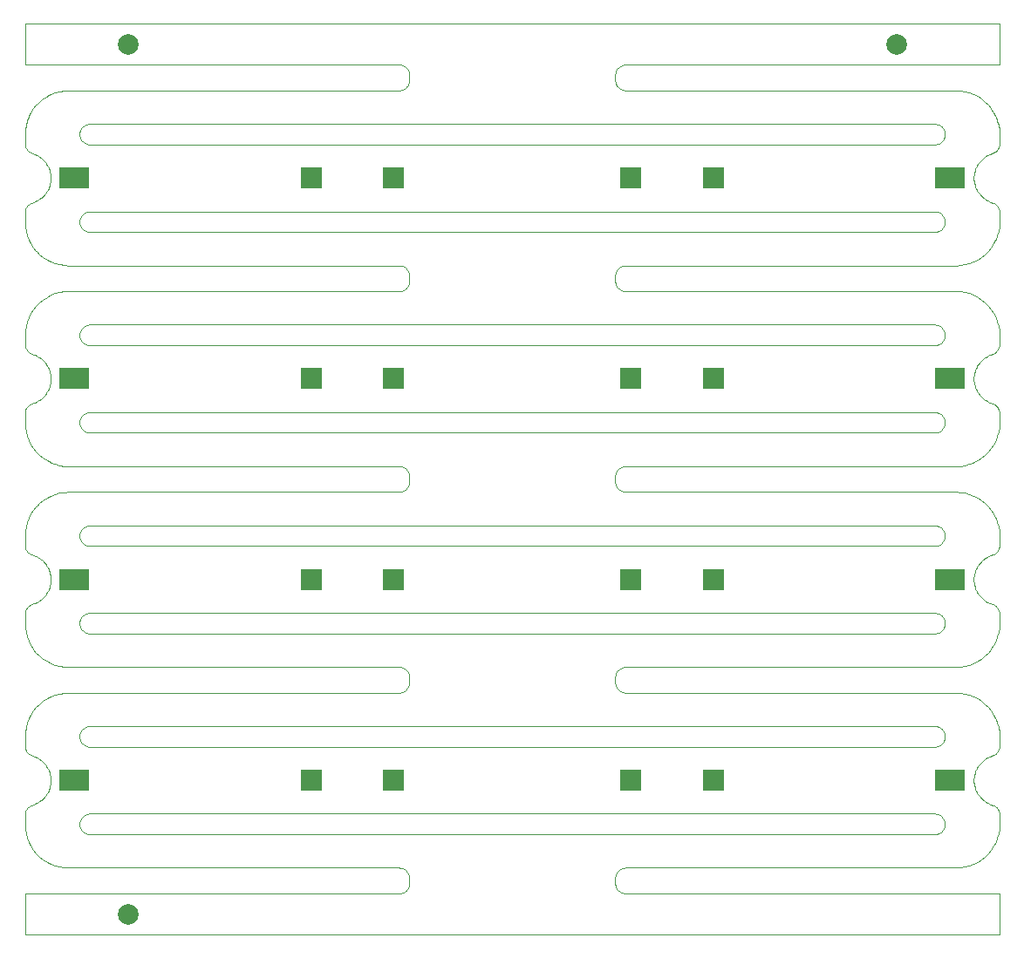
<source format=gbr>
G04 #@! TF.GenerationSoftware,KiCad,Pcbnew,5.1.5+dfsg1-2build2*
G04 #@! TF.CreationDate,2021-10-10T04:01:33+00:00*
G04 #@! TF.ProjectId,base_4.0,62617365-5f34-42e3-902e-6b696361645f,rev?*
G04 #@! TF.SameCoordinates,Original*
G04 #@! TF.FileFunction,Soldermask,Bot*
G04 #@! TF.FilePolarity,Negative*
%FSLAX46Y46*%
G04 Gerber Fmt 4.6, Leading zero omitted, Abs format (unit mm)*
G04 Created by KiCad (PCBNEW 5.1.5+dfsg1-2build2) date 2021-10-10 04:01:33*
%MOMM*%
%LPD*%
G04 APERTURE LIST*
G04 #@! TA.AperFunction,Profile*
%ADD10C,0.100000*%
G04 #@! TD*
%ADD11C,2.000000*%
%ADD12R,2.000000X2.000000*%
%ADD13R,3.000000X2.000000*%
G04 APERTURE END LIST*
D10*
X138549900Y-102715900D02*
X138451100Y-102736200D01*
X138646400Y-102685700D02*
X138549900Y-102715900D01*
X138739300Y-102645900D02*
X138646400Y-102685700D01*
X138827600Y-102596800D02*
X138739300Y-102645900D01*
X138910600Y-102539100D02*
X138827600Y-102596800D01*
X138987300Y-102473300D02*
X138910600Y-102539100D01*
X139057100Y-102399800D02*
X138987300Y-102473300D01*
X139119000Y-102319900D02*
X139057100Y-102399800D01*
X139172400Y-102234100D02*
X139119000Y-102319900D01*
X139216900Y-102143400D02*
X139172400Y-102234100D01*
X139252000Y-102048600D02*
X139216900Y-102143400D01*
X139277300Y-101950700D02*
X139252000Y-102048600D01*
X139292600Y-101850800D02*
X139277300Y-101950700D01*
X139297700Y-101749900D02*
X139292600Y-101850800D01*
X139292600Y-101649200D02*
X139297700Y-101749900D01*
X139277300Y-101549300D02*
X139292600Y-101649200D01*
X139252000Y-101451500D02*
X139277300Y-101549300D01*
X139216900Y-101356700D02*
X139252000Y-101451500D01*
X139172400Y-101266000D02*
X139216900Y-101356700D01*
X139119000Y-101180200D02*
X139172400Y-101266000D01*
X139057100Y-101100300D02*
X139119000Y-101180200D01*
X138987300Y-101026800D02*
X139057100Y-101100300D01*
X138910600Y-100961000D02*
X138987300Y-101026800D01*
X138827600Y-100903300D02*
X138910600Y-100961000D01*
X138739300Y-100854200D02*
X138827600Y-100903300D01*
X138646600Y-100814500D02*
X138739300Y-100854200D01*
X138550200Y-100784200D02*
X138646600Y-100814500D01*
X138451200Y-100763800D02*
X138550200Y-100784200D01*
X138350700Y-100753600D02*
X138451200Y-100763800D01*
X138274800Y-100751000D02*
X138350700Y-100753600D01*
X56325400Y-100751000D02*
X138274800Y-100751000D01*
X56249200Y-100753600D02*
X56325400Y-100751000D01*
X56148800Y-100763800D02*
X56249200Y-100753600D01*
X56049800Y-100784200D02*
X56148800Y-100763800D01*
X55953400Y-100814500D02*
X56049800Y-100784200D01*
X55860500Y-100854300D02*
X55953400Y-100814500D01*
X55772100Y-100903400D02*
X55860500Y-100854300D01*
X55689200Y-100961100D02*
X55772100Y-100903400D01*
X55612500Y-101027000D02*
X55689200Y-100961100D01*
X55542900Y-101100300D02*
X55612500Y-101027000D01*
X55481000Y-101180200D02*
X55542900Y-101100300D01*
X55427600Y-101266000D02*
X55481000Y-101180200D01*
X55383100Y-101356700D02*
X55427600Y-101266000D01*
X55348100Y-101451200D02*
X55383100Y-101356700D01*
X55322700Y-101549100D02*
X55348100Y-101451200D01*
X55307400Y-101649000D02*
X55322700Y-101549100D01*
X55302300Y-101749900D02*
X55307400Y-101649000D01*
X55307400Y-101850800D02*
X55302300Y-101749900D01*
X55322700Y-101950700D02*
X55307400Y-101850800D01*
X55348000Y-102048600D02*
X55322700Y-101950700D01*
X55383100Y-102143400D02*
X55348000Y-102048600D01*
X55427600Y-102234100D02*
X55383100Y-102143400D01*
X55481000Y-102319900D02*
X55427600Y-102234100D01*
X55542900Y-102399800D02*
X55481000Y-102319900D01*
X55612500Y-102473100D02*
X55542900Y-102399800D01*
X55689200Y-102538900D02*
X55612500Y-102473100D01*
X55772100Y-102596700D02*
X55689200Y-102538900D01*
X55860500Y-102645700D02*
X55772100Y-102596700D01*
X55953400Y-102685600D02*
X55860500Y-102645700D01*
X56049800Y-102715900D02*
X55953400Y-102685600D01*
X56148800Y-102736200D02*
X56049800Y-102715900D01*
X56249300Y-102746500D02*
X56148800Y-102736200D01*
X56325200Y-102749000D02*
X56249300Y-102746500D01*
X138274900Y-102749000D02*
X56325200Y-102749000D01*
X138350500Y-102746500D02*
X138274900Y-102749000D01*
X138451100Y-102736200D02*
X138350500Y-102746500D01*
X138549900Y-94215900D02*
X138451100Y-94236200D01*
X138646400Y-94185700D02*
X138549900Y-94215900D01*
X138739300Y-94145900D02*
X138646400Y-94185700D01*
X138827600Y-94096800D02*
X138739300Y-94145900D01*
X138910600Y-94039100D02*
X138827600Y-94096800D01*
X138987300Y-93973300D02*
X138910600Y-94039100D01*
X139057100Y-93899800D02*
X138987300Y-93973300D01*
X139119000Y-93819900D02*
X139057100Y-93899800D01*
X139172400Y-93734100D02*
X139119000Y-93819900D01*
X139216900Y-93643400D02*
X139172400Y-93734100D01*
X139252000Y-93548600D02*
X139216900Y-93643400D01*
X139277300Y-93450700D02*
X139252000Y-93548600D01*
X139292600Y-93350800D02*
X139277300Y-93450700D01*
X139297700Y-93249900D02*
X139292600Y-93350800D01*
X139292600Y-93149200D02*
X139297700Y-93249900D01*
X139277300Y-93049300D02*
X139292600Y-93149200D01*
X139252000Y-92951500D02*
X139277300Y-93049300D01*
X139216900Y-92856700D02*
X139252000Y-92951500D01*
X139172400Y-92766000D02*
X139216900Y-92856700D01*
X139119000Y-92680200D02*
X139172400Y-92766000D01*
X139057100Y-92600300D02*
X139119000Y-92680200D01*
X138987300Y-92526800D02*
X139057100Y-92600300D01*
X138910600Y-92461000D02*
X138987300Y-92526800D01*
X138827600Y-92403300D02*
X138910600Y-92461000D01*
X138739300Y-92354200D02*
X138827600Y-92403300D01*
X138646600Y-92314500D02*
X138739300Y-92354200D01*
X138550200Y-92284200D02*
X138646600Y-92314500D01*
X138451200Y-92263800D02*
X138550200Y-92284200D01*
X138350700Y-92253600D02*
X138451200Y-92263800D01*
X138274800Y-92251000D02*
X138350700Y-92253600D01*
X56325400Y-92251000D02*
X138274800Y-92251000D01*
X56249200Y-92253600D02*
X56325400Y-92251000D01*
X56148800Y-92263800D02*
X56249200Y-92253600D01*
X56049800Y-92284200D02*
X56148800Y-92263800D01*
X55953400Y-92314500D02*
X56049800Y-92284200D01*
X55860500Y-92354300D02*
X55953400Y-92314500D01*
X55772100Y-92403400D02*
X55860500Y-92354300D01*
X55689200Y-92461100D02*
X55772100Y-92403400D01*
X55612500Y-92527000D02*
X55689200Y-92461100D01*
X55542900Y-92600300D02*
X55612500Y-92527000D01*
X55481000Y-92680200D02*
X55542900Y-92600300D01*
X55427600Y-92766000D02*
X55481000Y-92680200D01*
X55383100Y-92856700D02*
X55427600Y-92766000D01*
X55348100Y-92951200D02*
X55383100Y-92856700D01*
X55322700Y-93049100D02*
X55348100Y-92951200D01*
X55307400Y-93149000D02*
X55322700Y-93049100D01*
X55302300Y-93249900D02*
X55307400Y-93149000D01*
X55307400Y-93350800D02*
X55302300Y-93249900D01*
X55322700Y-93450700D02*
X55307400Y-93350800D01*
X55348000Y-93548600D02*
X55322700Y-93450700D01*
X55383100Y-93643400D02*
X55348000Y-93548600D01*
X55427600Y-93734100D02*
X55383100Y-93643400D01*
X55481000Y-93819900D02*
X55427600Y-93734100D01*
X55542900Y-93899800D02*
X55481000Y-93819900D01*
X55612500Y-93973100D02*
X55542900Y-93899800D01*
X55689200Y-94038900D02*
X55612500Y-93973100D01*
X55772100Y-94096700D02*
X55689200Y-94038900D01*
X55860500Y-94145700D02*
X55772100Y-94096700D01*
X55953400Y-94185600D02*
X55860500Y-94145700D01*
X56049800Y-94215900D02*
X55953400Y-94185600D01*
X56148800Y-94236200D02*
X56049800Y-94215900D01*
X56249300Y-94246500D02*
X56148800Y-94236200D01*
X56325200Y-94249000D02*
X56249300Y-94246500D01*
X138274900Y-94249000D02*
X56325200Y-94249000D01*
X138350500Y-94246500D02*
X138274900Y-94249000D01*
X138451100Y-94236200D02*
X138350500Y-94246500D01*
X138549900Y-83215900D02*
X138451000Y-83236200D01*
X138646400Y-83185700D02*
X138549900Y-83215900D01*
X138739300Y-83145800D02*
X138646400Y-83185700D01*
X138827600Y-83096800D02*
X138739300Y-83145800D01*
X138910600Y-83039100D02*
X138827600Y-83096800D01*
X138987300Y-82973300D02*
X138910600Y-83039100D01*
X139057100Y-82899800D02*
X138987300Y-82973300D01*
X139119000Y-82819900D02*
X139057100Y-82899800D01*
X139172400Y-82734100D02*
X139119000Y-82819900D01*
X139216900Y-82643300D02*
X139172400Y-82734100D01*
X139252000Y-82548600D02*
X139216900Y-82643300D01*
X139277300Y-82450700D02*
X139252000Y-82548600D01*
X139292600Y-82350800D02*
X139277300Y-82450700D01*
X139297700Y-82249900D02*
X139292600Y-82350800D01*
X139292600Y-82149200D02*
X139297700Y-82249900D01*
X139277300Y-82049300D02*
X139292600Y-82149200D01*
X139252000Y-81951500D02*
X139277300Y-82049300D01*
X139216900Y-81856700D02*
X139252000Y-81951500D01*
X139172400Y-81765900D02*
X139216900Y-81856700D01*
X139119000Y-81680200D02*
X139172400Y-81765900D01*
X139057100Y-81600200D02*
X139119000Y-81680200D01*
X138987300Y-81526800D02*
X139057100Y-81600200D01*
X138910600Y-81461000D02*
X138987300Y-81526800D01*
X138827600Y-81403200D02*
X138910600Y-81461000D01*
X138739300Y-81354200D02*
X138827600Y-81403200D01*
X138646600Y-81314500D02*
X138739300Y-81354200D01*
X138550200Y-81284200D02*
X138646600Y-81314500D01*
X138451200Y-81263800D02*
X138550200Y-81284200D01*
X138350700Y-81253600D02*
X138451200Y-81263800D01*
X138274800Y-81251000D02*
X138350700Y-81253600D01*
X56325300Y-81251000D02*
X138274800Y-81251000D01*
X56249200Y-81253600D02*
X56325300Y-81251000D01*
X56148800Y-81263800D02*
X56249200Y-81253600D01*
X56049800Y-81284200D02*
X56148800Y-81263800D01*
X55953400Y-81314500D02*
X56049800Y-81284200D01*
X55860500Y-81354300D02*
X55953400Y-81314500D01*
X55772100Y-81403400D02*
X55860500Y-81354300D01*
X55689200Y-81461100D02*
X55772100Y-81403400D01*
X55612500Y-81527000D02*
X55689200Y-81461100D01*
X55542900Y-81600200D02*
X55612500Y-81527000D01*
X55481000Y-81680200D02*
X55542900Y-81600200D01*
X55427600Y-81765900D02*
X55481000Y-81680200D01*
X55383100Y-81856700D02*
X55427600Y-81765900D01*
X55348100Y-81951200D02*
X55383100Y-81856700D01*
X55322700Y-82049000D02*
X55348100Y-81951200D01*
X55307400Y-82148900D02*
X55322700Y-82049000D01*
X55302300Y-82249900D02*
X55307400Y-82148900D01*
X55307400Y-82350800D02*
X55302300Y-82249900D01*
X55322700Y-82450700D02*
X55307400Y-82350800D01*
X55348000Y-82548600D02*
X55322700Y-82450700D01*
X55383100Y-82643300D02*
X55348000Y-82548600D01*
X55427600Y-82734100D02*
X55383100Y-82643300D01*
X55481000Y-82819900D02*
X55427600Y-82734100D01*
X55542900Y-82899800D02*
X55481000Y-82819900D01*
X55612500Y-82973100D02*
X55542900Y-82899800D01*
X55689200Y-83038900D02*
X55612500Y-82973100D01*
X55772100Y-83096700D02*
X55689200Y-83038900D01*
X55860500Y-83145700D02*
X55772100Y-83096700D01*
X55953400Y-83185600D02*
X55860500Y-83145700D01*
X56049800Y-83215800D02*
X55953400Y-83185600D01*
X56148800Y-83236200D02*
X56049800Y-83215800D01*
X56249300Y-83246400D02*
X56148800Y-83236200D01*
X56325200Y-83249000D02*
X56249300Y-83246400D01*
X138274800Y-83249000D02*
X56325200Y-83249000D01*
X138350600Y-83246400D02*
X138274800Y-83249000D01*
X138451000Y-83236200D02*
X138350600Y-83246400D01*
X138549900Y-74715900D02*
X138451000Y-74736200D01*
X138646400Y-74685700D02*
X138549900Y-74715900D01*
X138739300Y-74645800D02*
X138646400Y-74685700D01*
X138827600Y-74596800D02*
X138739300Y-74645800D01*
X138910600Y-74539100D02*
X138827600Y-74596800D01*
X138987300Y-74473300D02*
X138910600Y-74539100D01*
X139057100Y-74399800D02*
X138987300Y-74473300D01*
X139119000Y-74319900D02*
X139057100Y-74399800D01*
X139172400Y-74234100D02*
X139119000Y-74319900D01*
X139216900Y-74143300D02*
X139172400Y-74234100D01*
X139252000Y-74048600D02*
X139216900Y-74143300D01*
X139277300Y-73950700D02*
X139252000Y-74048600D01*
X139292600Y-73850800D02*
X139277300Y-73950700D01*
X139297700Y-73749900D02*
X139292600Y-73850800D01*
X139292600Y-73649200D02*
X139297700Y-73749900D01*
X139277300Y-73549300D02*
X139292600Y-73649200D01*
X139252000Y-73451500D02*
X139277300Y-73549300D01*
X139216900Y-73356700D02*
X139252000Y-73451500D01*
X139172400Y-73265900D02*
X139216900Y-73356700D01*
X139119000Y-73180200D02*
X139172400Y-73265900D01*
X139057100Y-73100200D02*
X139119000Y-73180200D01*
X138987300Y-73026800D02*
X139057100Y-73100200D01*
X138910600Y-72961000D02*
X138987300Y-73026800D01*
X138827600Y-72903200D02*
X138910600Y-72961000D01*
X138739300Y-72854200D02*
X138827600Y-72903200D01*
X138646600Y-72814500D02*
X138739300Y-72854200D01*
X138550200Y-72784200D02*
X138646600Y-72814500D01*
X138451200Y-72763800D02*
X138550200Y-72784200D01*
X138350700Y-72753600D02*
X138451200Y-72763800D01*
X138274800Y-72751000D02*
X138350700Y-72753600D01*
X56325300Y-72751000D02*
X138274800Y-72751000D01*
X56249200Y-72753600D02*
X56325300Y-72751000D01*
X56148800Y-72763800D02*
X56249200Y-72753600D01*
X56049800Y-72784200D02*
X56148800Y-72763800D01*
X55953400Y-72814500D02*
X56049800Y-72784200D01*
X55860500Y-72854300D02*
X55953400Y-72814500D01*
X55772100Y-72903400D02*
X55860500Y-72854300D01*
X55689200Y-72961100D02*
X55772100Y-72903400D01*
X55612500Y-73027000D02*
X55689200Y-72961100D01*
X55542900Y-73100200D02*
X55612500Y-73027000D01*
X55481000Y-73180200D02*
X55542900Y-73100200D01*
X55427600Y-73265900D02*
X55481000Y-73180200D01*
X55383100Y-73356700D02*
X55427600Y-73265900D01*
X55348100Y-73451200D02*
X55383100Y-73356700D01*
X55322700Y-73549000D02*
X55348100Y-73451200D01*
X55307400Y-73648900D02*
X55322700Y-73549000D01*
X55302300Y-73749900D02*
X55307400Y-73648900D01*
X55307400Y-73850800D02*
X55302300Y-73749900D01*
X55322700Y-73950700D02*
X55307400Y-73850800D01*
X55348000Y-74048600D02*
X55322700Y-73950700D01*
X55383100Y-74143300D02*
X55348000Y-74048600D01*
X55427600Y-74234100D02*
X55383100Y-74143300D01*
X55481000Y-74319900D02*
X55427600Y-74234100D01*
X55542900Y-74399800D02*
X55481000Y-74319900D01*
X55612500Y-74473100D02*
X55542900Y-74399800D01*
X55689200Y-74538900D02*
X55612500Y-74473100D01*
X55772100Y-74596700D02*
X55689200Y-74538900D01*
X55860500Y-74645700D02*
X55772100Y-74596700D01*
X55953400Y-74685600D02*
X55860500Y-74645700D01*
X56049800Y-74715800D02*
X55953400Y-74685600D01*
X56148800Y-74736200D02*
X56049800Y-74715800D01*
X56249300Y-74746400D02*
X56148800Y-74736200D01*
X56325200Y-74749000D02*
X56249300Y-74746400D01*
X138274800Y-74749000D02*
X56325200Y-74749000D01*
X138350600Y-74746400D02*
X138274800Y-74749000D01*
X138451000Y-74736200D02*
X138350600Y-74746400D01*
X138549900Y-63715900D02*
X138451000Y-63736200D01*
X138646400Y-63685700D02*
X138549900Y-63715900D01*
X138739300Y-63645800D02*
X138646400Y-63685700D01*
X138827600Y-63596800D02*
X138739300Y-63645800D01*
X138910600Y-63539100D02*
X138827600Y-63596800D01*
X138987300Y-63473200D02*
X138910600Y-63539100D01*
X139057100Y-63399800D02*
X138987300Y-63473200D01*
X139118800Y-63320100D02*
X139057100Y-63399800D01*
X139172300Y-63234300D02*
X139118800Y-63320100D01*
X139216800Y-63143600D02*
X139172300Y-63234300D01*
X139251900Y-63048800D02*
X139216800Y-63143600D01*
X139277300Y-62951000D02*
X139251900Y-63048800D01*
X139292600Y-62851100D02*
X139277300Y-62951000D01*
X139297700Y-62750100D02*
X139292600Y-62851100D01*
X139292600Y-62649200D02*
X139297700Y-62750100D01*
X139277300Y-62549300D02*
X139292600Y-62649200D01*
X139252000Y-62451500D02*
X139277300Y-62549300D01*
X139216800Y-62356400D02*
X139252000Y-62451500D01*
X139172300Y-62265700D02*
X139216800Y-62356400D01*
X139118800Y-62179900D02*
X139172300Y-62265700D01*
X139056900Y-62100000D02*
X139118800Y-62179900D01*
X138987300Y-62026800D02*
X139056900Y-62100000D01*
X138910600Y-61960900D02*
X138987300Y-62026800D01*
X138827600Y-61903200D02*
X138910600Y-61960900D01*
X138739500Y-61854300D02*
X138827600Y-61903200D01*
X138646600Y-61814400D02*
X138739500Y-61854300D01*
X138550200Y-61784200D02*
X138646600Y-61814400D01*
X138451200Y-61763800D02*
X138550200Y-61784200D01*
X138350700Y-61753600D02*
X138451200Y-61763800D01*
X138274800Y-61751000D02*
X138350700Y-61753600D01*
X56325200Y-61751000D02*
X138274800Y-61751000D01*
X56249300Y-61753600D02*
X56325200Y-61751000D01*
X56148800Y-61763800D02*
X56249300Y-61753600D01*
X56049800Y-61784200D02*
X56148800Y-61763800D01*
X55953400Y-61814400D02*
X56049800Y-61784200D01*
X55860500Y-61854300D02*
X55953400Y-61814400D01*
X55772100Y-61903400D02*
X55860500Y-61854300D01*
X55689200Y-61961100D02*
X55772100Y-61903400D01*
X55612500Y-62027000D02*
X55689200Y-61961100D01*
X55542900Y-62100200D02*
X55612500Y-62027000D01*
X55481000Y-62180200D02*
X55542900Y-62100200D01*
X55427600Y-62265900D02*
X55481000Y-62180200D01*
X55383100Y-62356700D02*
X55427600Y-62265900D01*
X55348000Y-62451500D02*
X55383100Y-62356700D01*
X55322700Y-62549000D02*
X55348000Y-62451500D01*
X55307400Y-62648900D02*
X55322700Y-62549000D01*
X55302300Y-62749900D02*
X55307400Y-62648900D01*
X55307400Y-62850800D02*
X55302300Y-62749900D01*
X55322700Y-62950700D02*
X55307400Y-62850800D01*
X55348000Y-63048500D02*
X55322700Y-62950700D01*
X55383100Y-63143300D02*
X55348000Y-63048500D01*
X55427600Y-63234100D02*
X55383100Y-63143300D01*
X55481000Y-63319900D02*
X55427600Y-63234100D01*
X55542900Y-63399800D02*
X55481000Y-63319900D01*
X55612500Y-63473000D02*
X55542900Y-63399800D01*
X55689200Y-63538900D02*
X55612500Y-63473000D01*
X55772100Y-63596600D02*
X55689200Y-63538900D01*
X55860500Y-63645700D02*
X55772100Y-63596600D01*
X55953400Y-63685600D02*
X55860500Y-63645700D01*
X56049800Y-63715800D02*
X55953400Y-63685600D01*
X56148800Y-63736200D02*
X56049800Y-63715800D01*
X56249300Y-63746400D02*
X56148800Y-63736200D01*
X56325200Y-63749000D02*
X56249300Y-63746400D01*
X138274800Y-63749000D02*
X56325200Y-63749000D01*
X138350700Y-63746400D02*
X138274800Y-63749000D01*
X138451000Y-63736200D02*
X138350700Y-63746400D01*
X138549900Y-55215900D02*
X138451000Y-55236200D01*
X138646400Y-55185700D02*
X138549900Y-55215900D01*
X138739300Y-55145800D02*
X138646400Y-55185700D01*
X138827600Y-55096800D02*
X138739300Y-55145800D01*
X138910600Y-55039100D02*
X138827600Y-55096800D01*
X138987300Y-54973200D02*
X138910600Y-55039100D01*
X139057100Y-54899800D02*
X138987300Y-54973200D01*
X139118800Y-54820100D02*
X139057100Y-54899800D01*
X139172300Y-54734300D02*
X139118800Y-54820100D01*
X139216800Y-54643600D02*
X139172300Y-54734300D01*
X139251900Y-54548800D02*
X139216800Y-54643600D01*
X139277300Y-54451000D02*
X139251900Y-54548800D01*
X139292600Y-54351100D02*
X139277300Y-54451000D01*
X139297700Y-54250100D02*
X139292600Y-54351100D01*
X139292600Y-54149200D02*
X139297700Y-54250100D01*
X139277300Y-54049300D02*
X139292600Y-54149200D01*
X139252000Y-53951500D02*
X139277300Y-54049300D01*
X139216800Y-53856400D02*
X139252000Y-53951500D01*
X139172300Y-53765700D02*
X139216800Y-53856400D01*
X139118800Y-53679900D02*
X139172300Y-53765700D01*
X139056900Y-53600000D02*
X139118800Y-53679900D01*
X138987300Y-53526800D02*
X139056900Y-53600000D01*
X138910600Y-53460900D02*
X138987300Y-53526800D01*
X138827600Y-53403200D02*
X138910600Y-53460900D01*
X138739500Y-53354300D02*
X138827600Y-53403200D01*
X138646600Y-53314400D02*
X138739500Y-53354300D01*
X138550200Y-53284200D02*
X138646600Y-53314400D01*
X138451200Y-53263800D02*
X138550200Y-53284200D01*
X138350700Y-53253600D02*
X138451200Y-53263800D01*
X138274800Y-53251000D02*
X138350700Y-53253600D01*
X56325200Y-53251000D02*
X138274800Y-53251000D01*
X56249300Y-53253600D02*
X56325200Y-53251000D01*
X56148800Y-53263800D02*
X56249300Y-53253600D01*
X56049800Y-53284200D02*
X56148800Y-53263800D01*
X55953400Y-53314400D02*
X56049800Y-53284200D01*
X55860500Y-53354300D02*
X55953400Y-53314400D01*
X55772100Y-53403400D02*
X55860500Y-53354300D01*
X55689200Y-53461100D02*
X55772100Y-53403400D01*
X55612500Y-53527000D02*
X55689200Y-53461100D01*
X55542900Y-53600200D02*
X55612500Y-53527000D01*
X55481000Y-53680200D02*
X55542900Y-53600200D01*
X55427600Y-53765900D02*
X55481000Y-53680200D01*
X55383100Y-53856700D02*
X55427600Y-53765900D01*
X55348000Y-53951500D02*
X55383100Y-53856700D01*
X55322700Y-54049000D02*
X55348000Y-53951500D01*
X55307400Y-54148900D02*
X55322700Y-54049000D01*
X55302300Y-54249900D02*
X55307400Y-54148900D01*
X55307400Y-54350800D02*
X55302300Y-54249900D01*
X55322700Y-54450700D02*
X55307400Y-54350800D01*
X55348000Y-54548500D02*
X55322700Y-54450700D01*
X55383100Y-54643300D02*
X55348000Y-54548500D01*
X55427600Y-54734100D02*
X55383100Y-54643300D01*
X55481000Y-54819900D02*
X55427600Y-54734100D01*
X55542900Y-54899800D02*
X55481000Y-54819900D01*
X55612500Y-54973000D02*
X55542900Y-54899800D01*
X55689200Y-55038900D02*
X55612500Y-54973000D01*
X55772100Y-55096600D02*
X55689200Y-55038900D01*
X55860500Y-55145700D02*
X55772100Y-55096600D01*
X55953400Y-55185600D02*
X55860500Y-55145700D01*
X56049800Y-55215800D02*
X55953400Y-55185600D01*
X56148800Y-55236200D02*
X56049800Y-55215800D01*
X56249300Y-55246400D02*
X56148800Y-55236200D01*
X56325200Y-55249000D02*
X56249300Y-55246400D01*
X138274800Y-55249000D02*
X56325200Y-55249000D01*
X138350700Y-55246400D02*
X138274800Y-55249000D01*
X138451000Y-55236200D02*
X138350700Y-55246400D01*
X138550200Y-122215900D02*
X138450700Y-122236300D01*
X138646600Y-122185600D02*
X138550200Y-122215900D01*
X138739500Y-122145700D02*
X138646600Y-122185600D01*
X138827900Y-122096700D02*
X138739500Y-122145700D01*
X138910800Y-122038900D02*
X138827900Y-122096700D01*
X138987500Y-121973100D02*
X138910800Y-122038900D01*
X139057100Y-121899800D02*
X138987500Y-121973100D01*
X139119000Y-121819900D02*
X139057100Y-121899800D01*
X139172400Y-121734100D02*
X139119000Y-121819900D01*
X139216900Y-121643400D02*
X139172400Y-121734100D01*
X139252000Y-121548600D02*
X139216900Y-121643400D01*
X139277300Y-121450800D02*
X139252000Y-121548600D01*
X139292600Y-121350900D02*
X139277300Y-121450800D01*
X139297700Y-121249900D02*
X139292600Y-121350900D01*
X139292600Y-121149300D02*
X139297700Y-121249900D01*
X139277300Y-121049300D02*
X139292600Y-121149300D01*
X139252000Y-120951500D02*
X139277300Y-121049300D01*
X139216900Y-120856700D02*
X139252000Y-120951500D01*
X139172400Y-120766000D02*
X139216900Y-120856700D01*
X139119000Y-120680200D02*
X139172400Y-120766000D01*
X139057100Y-120600300D02*
X139119000Y-120680200D01*
X138987300Y-120526800D02*
X139057100Y-120600300D01*
X138910600Y-120461000D02*
X138987300Y-120526800D01*
X138827600Y-120403300D02*
X138910600Y-120461000D01*
X138739300Y-120354200D02*
X138827600Y-120403300D01*
X138646600Y-120314500D02*
X138739300Y-120354200D01*
X138550200Y-120284200D02*
X138646600Y-120314500D01*
X138451200Y-120263900D02*
X138550200Y-120284200D01*
X138350700Y-120253600D02*
X138451200Y-120263900D01*
X138274800Y-120251100D02*
X138350700Y-120253600D01*
X56325000Y-120251100D02*
X138274800Y-120251100D01*
X56249600Y-120253600D02*
X56325000Y-120251100D01*
X56148800Y-120263900D02*
X56249600Y-120253600D01*
X56049800Y-120284200D02*
X56148800Y-120263900D01*
X55953400Y-120314500D02*
X56049800Y-120284200D01*
X55860500Y-120354400D02*
X55953400Y-120314500D01*
X55772100Y-120403400D02*
X55860500Y-120354400D01*
X55689200Y-120461200D02*
X55772100Y-120403400D01*
X55612500Y-120527000D02*
X55689200Y-120461200D01*
X55542900Y-120600300D02*
X55612500Y-120527000D01*
X55481000Y-120680200D02*
X55542900Y-120600300D01*
X55427600Y-120766000D02*
X55481000Y-120680200D01*
X55383100Y-120856700D02*
X55427600Y-120766000D01*
X55348100Y-120951200D02*
X55383100Y-120856700D01*
X55322700Y-121049100D02*
X55348100Y-120951200D01*
X55307400Y-121149000D02*
X55322700Y-121049100D01*
X55302300Y-121249900D02*
X55307400Y-121149000D01*
X55307400Y-121350900D02*
X55302300Y-121249900D01*
X55322700Y-121450800D02*
X55307400Y-121350900D01*
X55348000Y-121548600D02*
X55322700Y-121450800D01*
X55383100Y-121643400D02*
X55348000Y-121548600D01*
X55427600Y-121734100D02*
X55383100Y-121643400D01*
X55481000Y-121819900D02*
X55427600Y-121734100D01*
X55542900Y-121899800D02*
X55481000Y-121819900D01*
X55612500Y-121973100D02*
X55542900Y-121899800D01*
X55689200Y-122038900D02*
X55612500Y-121973100D01*
X55772100Y-122096700D02*
X55689200Y-122038900D01*
X55860500Y-122145700D02*
X55772100Y-122096700D01*
X55953400Y-122185600D02*
X55860500Y-122145700D01*
X56049800Y-122215900D02*
X55953400Y-122185600D01*
X56148800Y-122236200D02*
X56049800Y-122215900D01*
X56249300Y-122246500D02*
X56148800Y-122236200D01*
X56325200Y-122249100D02*
X56249300Y-122246500D01*
X138274500Y-122249100D02*
X56325200Y-122249100D01*
X138350900Y-122246500D02*
X138274500Y-122249100D01*
X138450700Y-122236300D02*
X138350900Y-122246500D01*
X138550200Y-113715900D02*
X138450700Y-113736300D01*
X138646600Y-113685600D02*
X138550200Y-113715900D01*
X138739500Y-113645700D02*
X138646600Y-113685600D01*
X138827900Y-113596700D02*
X138739500Y-113645700D01*
X138910800Y-113538900D02*
X138827900Y-113596700D01*
X138987500Y-113473100D02*
X138910800Y-113538900D01*
X139057100Y-113399800D02*
X138987500Y-113473100D01*
X139119000Y-113319900D02*
X139057100Y-113399800D01*
X139172400Y-113234100D02*
X139119000Y-113319900D01*
X139216900Y-113143400D02*
X139172400Y-113234100D01*
X139252000Y-113048600D02*
X139216900Y-113143400D01*
X139277300Y-112950800D02*
X139252000Y-113048600D01*
X139292600Y-112850900D02*
X139277300Y-112950800D01*
X139297700Y-112749900D02*
X139292600Y-112850900D01*
X139292600Y-112649300D02*
X139297700Y-112749900D01*
X139277300Y-112549300D02*
X139292600Y-112649300D01*
X139252000Y-112451500D02*
X139277300Y-112549300D01*
X139216900Y-112356700D02*
X139252000Y-112451500D01*
X139172400Y-112266000D02*
X139216900Y-112356700D01*
X139119000Y-112180200D02*
X139172400Y-112266000D01*
X139057100Y-112100300D02*
X139119000Y-112180200D01*
X138987300Y-112026800D02*
X139057100Y-112100300D01*
X138910600Y-111961000D02*
X138987300Y-112026800D01*
X138827600Y-111903300D02*
X138910600Y-111961000D01*
X138739300Y-111854200D02*
X138827600Y-111903300D01*
X138646600Y-111814500D02*
X138739300Y-111854200D01*
X138550200Y-111784200D02*
X138646600Y-111814500D01*
X138451200Y-111763900D02*
X138550200Y-111784200D01*
X138350700Y-111753600D02*
X138451200Y-111763900D01*
X138274800Y-111751100D02*
X138350700Y-111753600D01*
X56325000Y-111751100D02*
X138274800Y-111751100D01*
X56249600Y-111753600D02*
X56325000Y-111751100D01*
X56148800Y-111763900D02*
X56249600Y-111753600D01*
X56049800Y-111784200D02*
X56148800Y-111763900D01*
X55953400Y-111814500D02*
X56049800Y-111784200D01*
X55860500Y-111854400D02*
X55953400Y-111814500D01*
X55772100Y-111903400D02*
X55860500Y-111854400D01*
X55689200Y-111961200D02*
X55772100Y-111903400D01*
X55612500Y-112027000D02*
X55689200Y-111961200D01*
X55542900Y-112100300D02*
X55612500Y-112027000D01*
X55481000Y-112180200D02*
X55542900Y-112100300D01*
X55427600Y-112266000D02*
X55481000Y-112180200D01*
X55383100Y-112356700D02*
X55427600Y-112266000D01*
X55348100Y-112451200D02*
X55383100Y-112356700D01*
X55322700Y-112549100D02*
X55348100Y-112451200D01*
X55307400Y-112649000D02*
X55322700Y-112549100D01*
X55302300Y-112749900D02*
X55307400Y-112649000D01*
X55307400Y-112850900D02*
X55302300Y-112749900D01*
X55322700Y-112950800D02*
X55307400Y-112850900D01*
X55348000Y-113048600D02*
X55322700Y-112950800D01*
X55383100Y-113143400D02*
X55348000Y-113048600D01*
X55427600Y-113234100D02*
X55383100Y-113143400D01*
X55481000Y-113319900D02*
X55427600Y-113234100D01*
X55542900Y-113399800D02*
X55481000Y-113319900D01*
X55612500Y-113473100D02*
X55542900Y-113399800D01*
X55689200Y-113538900D02*
X55612500Y-113473100D01*
X55772100Y-113596700D02*
X55689200Y-113538900D01*
X55860500Y-113645700D02*
X55772100Y-113596700D01*
X55953400Y-113685600D02*
X55860500Y-113645700D01*
X56049800Y-113715900D02*
X55953400Y-113685600D01*
X56148800Y-113736200D02*
X56049800Y-113715900D01*
X56249300Y-113746500D02*
X56148800Y-113736200D01*
X56325200Y-113749100D02*
X56249300Y-113746500D01*
X138274500Y-113749100D02*
X56325200Y-113749100D01*
X138350900Y-113746500D02*
X138274500Y-113749100D01*
X138450700Y-113736300D02*
X138350900Y-113746500D01*
X144576500Y-43499000D02*
X50009200Y-43499700D01*
X144591800Y-43499800D02*
X144576500Y-43499000D01*
X144597000Y-43502300D02*
X144591800Y-43499800D01*
X144600200Y-43508200D02*
X144597000Y-43502300D01*
X144601000Y-43523500D02*
X144600200Y-43508200D01*
X144601000Y-47475500D02*
X144601000Y-43523500D01*
X144599700Y-47492700D02*
X144601000Y-47475500D01*
X144597000Y-47496700D02*
X144599700Y-47492700D01*
X144591800Y-47499200D02*
X144597000Y-47496700D01*
X108291300Y-47500000D02*
X144591800Y-47499200D01*
X108194000Y-47504800D02*
X108291300Y-47500000D01*
X108097900Y-47519000D02*
X108194000Y-47504800D01*
X108003600Y-47542600D02*
X108097900Y-47519000D01*
X107912200Y-47575400D02*
X108003600Y-47542600D01*
X107824300Y-47616900D02*
X107912200Y-47575400D01*
X107741000Y-47666900D02*
X107824300Y-47616900D01*
X107663000Y-47724700D02*
X107741000Y-47666900D01*
X107591000Y-47790000D02*
X107663000Y-47724700D01*
X107525700Y-47862000D02*
X107591000Y-47790000D01*
X107467900Y-47940000D02*
X107525700Y-47862000D01*
X107417900Y-48023300D02*
X107467900Y-47940000D01*
X107376400Y-48111100D02*
X107417900Y-48023300D01*
X107343700Y-48202600D02*
X107376400Y-48111100D01*
X107320000Y-48296900D02*
X107343700Y-48202600D01*
X107305800Y-48393000D02*
X107320000Y-48296900D01*
X107301000Y-48490200D02*
X107305800Y-48393000D01*
X107301000Y-49008800D02*
X107301000Y-48490200D01*
X107305800Y-49106000D02*
X107301000Y-49008800D01*
X107320000Y-49202100D02*
X107305800Y-49106000D01*
X107343700Y-49296400D02*
X107320000Y-49202100D01*
X107376400Y-49387900D02*
X107343700Y-49296400D01*
X107417900Y-49475700D02*
X107376400Y-49387900D01*
X107467900Y-49559000D02*
X107417900Y-49475700D01*
X107525700Y-49637000D02*
X107467900Y-49559000D01*
X107591000Y-49709000D02*
X107525700Y-49637000D01*
X107663000Y-49774300D02*
X107591000Y-49709000D01*
X107741000Y-49832100D02*
X107663000Y-49774300D01*
X107824300Y-49882100D02*
X107741000Y-49832100D01*
X107912200Y-49923600D02*
X107824300Y-49882100D01*
X108003600Y-49956400D02*
X107912200Y-49923600D01*
X108097900Y-49980000D02*
X108003600Y-49956400D01*
X108194000Y-49994200D02*
X108097900Y-49980000D01*
X108291300Y-49999000D02*
X108194000Y-49994200D01*
X140343400Y-49999000D02*
X108291300Y-49999000D01*
X140794600Y-50022700D02*
X140343400Y-49999000D01*
X141220800Y-50089800D02*
X140794600Y-50022700D01*
X141246500Y-50095300D02*
X141220800Y-50089800D01*
X141663300Y-50207300D02*
X141246500Y-50095300D01*
X142066700Y-50361800D02*
X141663300Y-50207300D01*
X142090700Y-50372500D02*
X142066700Y-50361800D01*
X142475100Y-50568700D02*
X142090700Y-50372500D01*
X142848300Y-50811000D02*
X142475100Y-50568700D01*
X143194500Y-51091300D02*
X142848300Y-50811000D01*
X143499800Y-51396200D02*
X143194500Y-51091300D01*
X143517400Y-51415700D02*
X143499800Y-51396200D01*
X143780800Y-51741100D02*
X143517400Y-51415700D01*
X143796300Y-51762300D02*
X143780800Y-51741100D01*
X144031100Y-52124500D02*
X143796300Y-51762300D01*
X144227500Y-52509200D02*
X144031100Y-52124500D01*
X144238200Y-52533200D02*
X144227500Y-52509200D01*
X144388200Y-52924100D02*
X144238200Y-52533200D01*
X144396300Y-52949100D02*
X144388200Y-52924100D01*
X144507800Y-53366500D02*
X144396300Y-52949100D01*
X144577300Y-53805500D02*
X144507800Y-53366500D01*
X144600900Y-54250100D02*
X144577300Y-53805500D01*
X144600900Y-55145800D02*
X144600900Y-54250100D01*
X144595900Y-55244100D02*
X144600900Y-55145800D01*
X144583400Y-55329600D02*
X144595900Y-55244100D01*
X144578600Y-55353900D02*
X144583400Y-55329600D01*
X144553400Y-55449200D02*
X144578600Y-55353900D01*
X144524000Y-55530000D02*
X144553400Y-55449200D01*
X144487300Y-55608200D02*
X144524000Y-55530000D01*
X144475600Y-55630000D02*
X144487300Y-55608200D01*
X144430700Y-55703900D02*
X144475600Y-55630000D01*
X144372100Y-55782500D02*
X144430700Y-55703900D01*
X144314100Y-55846600D02*
X144372100Y-55782500D01*
X144296500Y-55864100D02*
X144314100Y-55846600D01*
X144232100Y-55921700D02*
X144296500Y-55864100D01*
X144152700Y-55980100D02*
X144232100Y-55921700D01*
X144057300Y-56035700D02*
X144152700Y-55980100D01*
X143978600Y-56072200D02*
X144057300Y-56035700D01*
X143700100Y-56170700D02*
X143978600Y-56072200D01*
X143609400Y-56207800D02*
X143700100Y-56170700D01*
X143475300Y-56270600D02*
X143609400Y-56207800D01*
X143388700Y-56316400D02*
X143475300Y-56270600D01*
X143261400Y-56392000D02*
X143388700Y-56316400D01*
X143179800Y-56446200D02*
X143261400Y-56392000D01*
X143060600Y-56533900D02*
X143179800Y-56446200D01*
X142984600Y-56595900D02*
X143060600Y-56533900D01*
X142874600Y-56694900D02*
X142984600Y-56595900D01*
X142805100Y-56764000D02*
X142874600Y-56694900D01*
X142705400Y-56873400D02*
X142805100Y-56764000D01*
X142643000Y-56949000D02*
X142705400Y-56873400D01*
X142554500Y-57067700D02*
X142643000Y-56949000D01*
X142499900Y-57149100D02*
X142554500Y-57067700D01*
X142423600Y-57275900D02*
X142499900Y-57149100D01*
X142377200Y-57362300D02*
X142423600Y-57275900D01*
X142313700Y-57496000D02*
X142377200Y-57362300D01*
X142276000Y-57586500D02*
X142313700Y-57496000D01*
X142226000Y-57725800D02*
X142276000Y-57586500D01*
X142197400Y-57819500D02*
X142226000Y-57725800D01*
X142161300Y-57963100D02*
X142197400Y-57819500D01*
X142142200Y-58059200D02*
X142161300Y-57963100D01*
X142120400Y-58205600D02*
X142142200Y-58059200D01*
X142110700Y-58303100D02*
X142120400Y-58205600D01*
X142103400Y-58451000D02*
X142110700Y-58303100D01*
X142103400Y-58549000D02*
X142103400Y-58451000D01*
X142110700Y-58696900D02*
X142103400Y-58549000D01*
X142120400Y-58794400D02*
X142110700Y-58696900D01*
X142142200Y-58940800D02*
X142120400Y-58794400D01*
X142161300Y-59036900D02*
X142142200Y-58940800D01*
X142197400Y-59180500D02*
X142161300Y-59036900D01*
X142226000Y-59274200D02*
X142197400Y-59180500D01*
X142276000Y-59413500D02*
X142226000Y-59274200D01*
X142313700Y-59504000D02*
X142276000Y-59413500D01*
X142377200Y-59637700D02*
X142313700Y-59504000D01*
X142423600Y-59724100D02*
X142377200Y-59637700D01*
X142499900Y-59850900D02*
X142423600Y-59724100D01*
X142554500Y-59932300D02*
X142499900Y-59850900D01*
X142643000Y-60051000D02*
X142554500Y-59932300D01*
X142705400Y-60126600D02*
X142643000Y-60051000D01*
X142805100Y-60236000D02*
X142705400Y-60126600D01*
X142874600Y-60305100D02*
X142805100Y-60236000D01*
X142984600Y-60404100D02*
X142874600Y-60305100D01*
X143060600Y-60466100D02*
X142984600Y-60404100D01*
X143179800Y-60553800D02*
X143060600Y-60466100D01*
X143261500Y-60608000D02*
X143179800Y-60553800D01*
X143388700Y-60683600D02*
X143261500Y-60608000D01*
X143475300Y-60729500D02*
X143388700Y-60683600D01*
X143609400Y-60792200D02*
X143475300Y-60729500D01*
X143700100Y-60829300D02*
X143609400Y-60792200D01*
X143979100Y-60928000D02*
X143700100Y-60829300D01*
X144068400Y-60969800D02*
X143979100Y-60928000D01*
X144162800Y-61027000D02*
X144068400Y-60969800D01*
X144241700Y-61086500D02*
X144162800Y-61027000D01*
X144305400Y-61144300D02*
X144241700Y-61086500D01*
X144363800Y-61207900D02*
X144305400Y-61144300D01*
X144379500Y-61227000D02*
X144363800Y-61207900D01*
X144430700Y-61296100D02*
X144379500Y-61227000D01*
X144481800Y-61381000D02*
X144430700Y-61296100D01*
X144524100Y-61470000D02*
X144481800Y-61381000D01*
X144557400Y-61562800D02*
X144524100Y-61470000D01*
X144581400Y-61658400D02*
X144557400Y-61562800D01*
X144594300Y-61743400D02*
X144581400Y-61658400D01*
X144596800Y-61768000D02*
X144594300Y-61743400D01*
X144601000Y-61860300D02*
X144596800Y-61768000D01*
X144600900Y-62749900D02*
X144601000Y-61860300D01*
X144578400Y-63181200D02*
X144600900Y-62749900D01*
X144575700Y-63207300D02*
X144578400Y-63181200D01*
X144510200Y-63620800D02*
X144575700Y-63207300D01*
X144504700Y-63646500D02*
X144510200Y-63620800D01*
X144392700Y-64063300D02*
X144504700Y-63646500D01*
X144238200Y-64466700D02*
X144392700Y-64063300D01*
X144227500Y-64490700D02*
X144238200Y-64466700D01*
X144031300Y-64875100D02*
X144227500Y-64490700D01*
X143788700Y-65248700D02*
X144031300Y-64875100D01*
X143517400Y-65584200D02*
X143788700Y-65248700D01*
X143499800Y-65603800D02*
X143517400Y-65584200D01*
X143194400Y-65908700D02*
X143499800Y-65603800D01*
X142858900Y-66180800D02*
X143194400Y-65908700D01*
X142837700Y-66196300D02*
X142858900Y-66180800D01*
X142475500Y-66431100D02*
X142837700Y-66196300D01*
X142078600Y-66633300D02*
X142475500Y-66431100D01*
X141663300Y-66792700D02*
X142078600Y-66633300D01*
X141233500Y-66907800D02*
X141663300Y-66792700D01*
X140794000Y-66977400D02*
X141233500Y-66907800D01*
X140343600Y-67001000D02*
X140794000Y-66977400D01*
X108291300Y-67001000D02*
X140343600Y-67001000D01*
X108194000Y-67005800D02*
X108291300Y-67001000D01*
X108097900Y-67020000D02*
X108194000Y-67005800D01*
X108003600Y-67043600D02*
X108097900Y-67020000D01*
X107912200Y-67076400D02*
X108003600Y-67043600D01*
X107824300Y-67117900D02*
X107912200Y-67076400D01*
X107741000Y-67167900D02*
X107824300Y-67117900D01*
X107663000Y-67225700D02*
X107741000Y-67167900D01*
X107591000Y-67291000D02*
X107663000Y-67225700D01*
X107525700Y-67363000D02*
X107591000Y-67291000D01*
X107467900Y-67441000D02*
X107525700Y-67363000D01*
X107417900Y-67524300D02*
X107467900Y-67441000D01*
X107376400Y-67612100D02*
X107417900Y-67524300D01*
X107343700Y-67703600D02*
X107376400Y-67612100D01*
X107320000Y-67797900D02*
X107343700Y-67703600D01*
X107305800Y-67894000D02*
X107320000Y-67797900D01*
X107301000Y-67991200D02*
X107305800Y-67894000D01*
X107301000Y-68508800D02*
X107301000Y-67991200D01*
X107305800Y-68606000D02*
X107301000Y-68508800D01*
X107320000Y-68702100D02*
X107305800Y-68606000D01*
X107343700Y-68796400D02*
X107320000Y-68702100D01*
X107376400Y-68887900D02*
X107343700Y-68796400D01*
X107417900Y-68975700D02*
X107376400Y-68887900D01*
X107467900Y-69059000D02*
X107417900Y-68975700D01*
X107525700Y-69137000D02*
X107467900Y-69059000D01*
X107591000Y-69209000D02*
X107525700Y-69137000D01*
X107663000Y-69274300D02*
X107591000Y-69209000D01*
X107741000Y-69332200D02*
X107663000Y-69274300D01*
X107824300Y-69382100D02*
X107741000Y-69332200D01*
X107912200Y-69423600D02*
X107824300Y-69382100D01*
X108003600Y-69456400D02*
X107912200Y-69423600D01*
X108097900Y-69480000D02*
X108003600Y-69456400D01*
X108194000Y-69494200D02*
X108097900Y-69480000D01*
X108291300Y-69499000D02*
X108194000Y-69494200D01*
X140350200Y-69499100D02*
X108291300Y-69499000D01*
X140794600Y-69522700D02*
X140350200Y-69499100D01*
X141233500Y-69592200D02*
X140794600Y-69522700D01*
X141663300Y-69707300D02*
X141233500Y-69592200D01*
X142066700Y-69861800D02*
X141663300Y-69707300D01*
X142090700Y-69872500D02*
X142066700Y-69861800D01*
X142463800Y-70062600D02*
X142090700Y-69872500D01*
X142486500Y-70075700D02*
X142463800Y-70062600D01*
X142848700Y-70311300D02*
X142486500Y-70075700D01*
X143184200Y-70582600D02*
X142848700Y-70311300D01*
X143203800Y-70600200D02*
X143184200Y-70582600D01*
X143499800Y-70896200D02*
X143203800Y-70600200D01*
X143517400Y-70915800D02*
X143499800Y-70896200D01*
X143788700Y-71251400D02*
X143517400Y-70915800D01*
X144024300Y-71613500D02*
X143788700Y-71251400D01*
X144037400Y-71636200D02*
X144024300Y-71613500D01*
X144233100Y-72020900D02*
X144037400Y-71636200D01*
X144392500Y-72436300D02*
X144233100Y-72020900D01*
X144507700Y-72866000D02*
X144392500Y-72436300D01*
X144577400Y-73306000D02*
X144507700Y-72866000D01*
X144601000Y-73756400D02*
X144577400Y-73306000D01*
X144601000Y-74639900D02*
X144601000Y-73756400D01*
X144596800Y-74732000D02*
X144601000Y-74639900D01*
X144594300Y-74756600D02*
X144596800Y-74732000D01*
X144581300Y-74842100D02*
X144594300Y-74756600D01*
X144557200Y-74937700D02*
X144581300Y-74842100D01*
X144524000Y-75030000D02*
X144557200Y-74937700D01*
X144481800Y-75119100D02*
X144524000Y-75030000D01*
X144430900Y-75203500D02*
X144481800Y-75119100D01*
X144372100Y-75282600D02*
X144430900Y-75203500D01*
X144305700Y-75355400D02*
X144372100Y-75282600D01*
X144241700Y-75413500D02*
X144305700Y-75355400D01*
X144222500Y-75429100D02*
X144241700Y-75413500D01*
X144153100Y-75479900D02*
X144222500Y-75429100D01*
X144067900Y-75530500D02*
X144153100Y-75479900D01*
X143978600Y-75572200D02*
X144067900Y-75530500D01*
X143700100Y-75670700D02*
X143978600Y-75572200D01*
X143609400Y-75707800D02*
X143700100Y-75670700D01*
X143475300Y-75770600D02*
X143609400Y-75707800D01*
X143388700Y-75816400D02*
X143475300Y-75770600D01*
X143261400Y-75892000D02*
X143388700Y-75816400D01*
X143179800Y-75946200D02*
X143261400Y-75892000D01*
X143060600Y-76033900D02*
X143179800Y-75946200D01*
X142984600Y-76095900D02*
X143060600Y-76033900D01*
X142874600Y-76194900D02*
X142984600Y-76095900D01*
X142805100Y-76264000D02*
X142874600Y-76194900D01*
X142705400Y-76373400D02*
X142805100Y-76264000D01*
X142643000Y-76449000D02*
X142705400Y-76373400D01*
X142554500Y-76567700D02*
X142643000Y-76449000D01*
X142499900Y-76649100D02*
X142554500Y-76567700D01*
X142423600Y-76775900D02*
X142499900Y-76649100D01*
X142377200Y-76862300D02*
X142423600Y-76775900D01*
X142313700Y-76996000D02*
X142377200Y-76862300D01*
X142276000Y-77086500D02*
X142313700Y-76996000D01*
X142226000Y-77225800D02*
X142276000Y-77086500D01*
X142197400Y-77319500D02*
X142226000Y-77225800D01*
X142161300Y-77463100D02*
X142197400Y-77319500D01*
X142142200Y-77559200D02*
X142161300Y-77463100D01*
X142120400Y-77705600D02*
X142142200Y-77559200D01*
X142110700Y-77803200D02*
X142120400Y-77705600D01*
X142103400Y-77951000D02*
X142110700Y-77803200D01*
X142103400Y-78049000D02*
X142103400Y-77951000D01*
X142110700Y-78196900D02*
X142103400Y-78049000D01*
X142120400Y-78294400D02*
X142110700Y-78196900D01*
X142142200Y-78440800D02*
X142120400Y-78294400D01*
X142161300Y-78536900D02*
X142142200Y-78440800D01*
X142197400Y-78680500D02*
X142161300Y-78536900D01*
X142226000Y-78774200D02*
X142197400Y-78680500D01*
X142276000Y-78913600D02*
X142226000Y-78774200D01*
X142313700Y-79004100D02*
X142276000Y-78913600D01*
X142377200Y-79137800D02*
X142313700Y-79004100D01*
X142423600Y-79224100D02*
X142377200Y-79137800D01*
X142499900Y-79350900D02*
X142423600Y-79224100D01*
X142554500Y-79432300D02*
X142499900Y-79350900D01*
X142643000Y-79551000D02*
X142554500Y-79432300D01*
X142705400Y-79626600D02*
X142643000Y-79551000D01*
X142805100Y-79736000D02*
X142705400Y-79626600D01*
X142874600Y-79805100D02*
X142805100Y-79736000D01*
X142984600Y-79904200D02*
X142874600Y-79805100D01*
X143060600Y-79966100D02*
X142984600Y-79904200D01*
X143179800Y-80053900D02*
X143060600Y-79966100D01*
X143261500Y-80108000D02*
X143179800Y-80053900D01*
X143388700Y-80183600D02*
X143261500Y-80108000D01*
X143475300Y-80229500D02*
X143388700Y-80183600D01*
X143609400Y-80292200D02*
X143475300Y-80229500D01*
X143700100Y-80329300D02*
X143609400Y-80292200D01*
X143967300Y-80423500D02*
X143700100Y-80329300D01*
X143990000Y-80432800D02*
X143967300Y-80423500D01*
X144068400Y-80469800D02*
X143990000Y-80432800D01*
X144153100Y-80520200D02*
X144068400Y-80469800D01*
X144222500Y-80570900D02*
X144153100Y-80520200D01*
X144241700Y-80586500D02*
X144222500Y-80570900D01*
X144305400Y-80644300D02*
X144241700Y-80586500D01*
X144363800Y-80707900D02*
X144305400Y-80644300D01*
X144379500Y-80727000D02*
X144363800Y-80707900D01*
X144430700Y-80796100D02*
X144379500Y-80727000D01*
X144481600Y-80880600D02*
X144430700Y-80796100D01*
X144523900Y-80969600D02*
X144481600Y-80880600D01*
X144557400Y-81062800D02*
X144523900Y-80969600D01*
X144581400Y-81158400D02*
X144557400Y-81062800D01*
X144594300Y-81243400D02*
X144581400Y-81158400D01*
X144596800Y-81268000D02*
X144594300Y-81243400D01*
X144601000Y-81360300D02*
X144596800Y-81268000D01*
X144601000Y-82243600D02*
X144601000Y-81360300D01*
X144578400Y-82681500D02*
X144601000Y-82243600D01*
X144575700Y-82707400D02*
X144578400Y-82681500D01*
X144507700Y-83134100D02*
X144575700Y-82707400D01*
X144396400Y-83550900D02*
X144507700Y-83134100D01*
X144388200Y-83575900D02*
X144396400Y-83550900D01*
X144233300Y-83978700D02*
X144388200Y-83575900D01*
X144037500Y-84363800D02*
X144233300Y-83978700D01*
X144024300Y-84386500D02*
X144037500Y-84363800D01*
X143789000Y-84748300D02*
X144024300Y-84386500D01*
X143508700Y-85094500D02*
X143789000Y-84748300D01*
X143203800Y-85399800D02*
X143508700Y-85094500D01*
X143184300Y-85417400D02*
X143203800Y-85399800D01*
X142848700Y-85688700D02*
X143184300Y-85417400D01*
X142486500Y-85924300D02*
X142848700Y-85688700D01*
X142463800Y-85937500D02*
X142486500Y-85924300D01*
X142090500Y-86127600D02*
X142463800Y-85937500D01*
X142066800Y-86138200D02*
X142090500Y-86127600D01*
X141663700Y-86292600D02*
X142066800Y-86138200D01*
X141234000Y-86407700D02*
X141663700Y-86292600D01*
X140794000Y-86477400D02*
X141234000Y-86407700D01*
X140343600Y-86501000D02*
X140794000Y-86477400D01*
X108291300Y-86501000D02*
X140343600Y-86501000D01*
X108194000Y-86505800D02*
X108291300Y-86501000D01*
X108097900Y-86520000D02*
X108194000Y-86505800D01*
X108003600Y-86543700D02*
X108097900Y-86520000D01*
X107912200Y-86576400D02*
X108003600Y-86543700D01*
X107824300Y-86617900D02*
X107912200Y-86576400D01*
X107741000Y-86667900D02*
X107824300Y-86617900D01*
X107663000Y-86725700D02*
X107741000Y-86667900D01*
X107591000Y-86791000D02*
X107663000Y-86725700D01*
X107525700Y-86863000D02*
X107591000Y-86791000D01*
X107467900Y-86941000D02*
X107525700Y-86863000D01*
X107417900Y-87024300D02*
X107467900Y-86941000D01*
X107376400Y-87112200D02*
X107417900Y-87024300D01*
X107343700Y-87203600D02*
X107376400Y-87112200D01*
X107320000Y-87297900D02*
X107343700Y-87203600D01*
X107305800Y-87394000D02*
X107320000Y-87297900D01*
X107301000Y-87491300D02*
X107305800Y-87394000D01*
X107301000Y-88008800D02*
X107301000Y-87491300D01*
X107305800Y-88106000D02*
X107301000Y-88008800D01*
X107320000Y-88202200D02*
X107305800Y-88106000D01*
X107343700Y-88296400D02*
X107320000Y-88202200D01*
X107376400Y-88387900D02*
X107343700Y-88296400D01*
X107417900Y-88475700D02*
X107376400Y-88387900D01*
X107467900Y-88559000D02*
X107417900Y-88475700D01*
X107525700Y-88637100D02*
X107467900Y-88559000D01*
X107591000Y-88709000D02*
X107525700Y-88637100D01*
X107663000Y-88774300D02*
X107591000Y-88709000D01*
X107741000Y-88832200D02*
X107663000Y-88774300D01*
X107824300Y-88882100D02*
X107741000Y-88832200D01*
X107912200Y-88923600D02*
X107824300Y-88882100D01*
X108003600Y-88956400D02*
X107912200Y-88923600D01*
X108097900Y-88980000D02*
X108003600Y-88956400D01*
X108194000Y-88994200D02*
X108097900Y-88980000D01*
X108291300Y-88999000D02*
X108194000Y-88994200D01*
X140343600Y-88999000D02*
X108291300Y-88999000D01*
X140794100Y-89022600D02*
X140343600Y-88999000D01*
X141233500Y-89092200D02*
X140794100Y-89022600D01*
X141663300Y-89207400D02*
X141233500Y-89092200D01*
X142078700Y-89366800D02*
X141663300Y-89207400D01*
X142475600Y-89569000D02*
X142078700Y-89366800D01*
X142837600Y-89803700D02*
X142475600Y-89569000D01*
X142858900Y-89819200D02*
X142837600Y-89803700D01*
X143194100Y-90091000D02*
X142858900Y-89819200D01*
X143499800Y-90396200D02*
X143194100Y-90091000D01*
X143517400Y-90415800D02*
X143499800Y-90396200D01*
X143788700Y-90751400D02*
X143517400Y-90415800D01*
X144031300Y-91125000D02*
X143788700Y-90751400D01*
X144227500Y-91509300D02*
X144031300Y-91125000D01*
X144238200Y-91533300D02*
X144227500Y-91509300D01*
X144392500Y-91936300D02*
X144238200Y-91533300D01*
X144504700Y-92353500D02*
X144392500Y-91936300D01*
X144510200Y-92379200D02*
X144504700Y-92353500D01*
X144577300Y-92805500D02*
X144510200Y-92379200D01*
X144600900Y-93250200D02*
X144577300Y-92805500D01*
X144601000Y-94139700D02*
X144600900Y-93250200D01*
X144596800Y-94232000D02*
X144601000Y-94139700D01*
X144594300Y-94256700D02*
X144596800Y-94232000D01*
X144581400Y-94341700D02*
X144594300Y-94256700D01*
X144557300Y-94437300D02*
X144581400Y-94341700D01*
X144524000Y-94530000D02*
X144557300Y-94437300D01*
X144481500Y-94619500D02*
X144524000Y-94530000D01*
X144430700Y-94703900D02*
X144481500Y-94619500D01*
X144379600Y-94773000D02*
X144430700Y-94703900D01*
X144363800Y-94792100D02*
X144379600Y-94773000D01*
X144305700Y-94855400D02*
X144363800Y-94792100D01*
X144241700Y-94913500D02*
X144305700Y-94855400D01*
X144162800Y-94973100D02*
X144241700Y-94913500D01*
X144068400Y-95030300D02*
X144162800Y-94973100D01*
X143979100Y-95072000D02*
X144068400Y-95030300D01*
X143700100Y-95170800D02*
X143979100Y-95072000D01*
X143609400Y-95207900D02*
X143700100Y-95170800D01*
X143475300Y-95270600D02*
X143609400Y-95207900D01*
X143388700Y-95316400D02*
X143475300Y-95270600D01*
X143261400Y-95392000D02*
X143388700Y-95316400D01*
X143179800Y-95446200D02*
X143261400Y-95392000D01*
X143060600Y-95534000D02*
X143179800Y-95446200D01*
X142984600Y-95595900D02*
X143060600Y-95534000D01*
X142874600Y-95695000D02*
X142984600Y-95595900D01*
X142805100Y-95764100D02*
X142874600Y-95695000D01*
X142705400Y-95873500D02*
X142805100Y-95764100D01*
X142643000Y-95949100D02*
X142705400Y-95873500D01*
X142554500Y-96067800D02*
X142643000Y-95949100D01*
X142499900Y-96149100D02*
X142554500Y-96067800D01*
X142423600Y-96275900D02*
X142499900Y-96149100D01*
X142377200Y-96362300D02*
X142423600Y-96275900D01*
X142313700Y-96496000D02*
X142377200Y-96362300D01*
X142276000Y-96586500D02*
X142313700Y-96496000D01*
X142226000Y-96725800D02*
X142276000Y-96586500D01*
X142197400Y-96819600D02*
X142226000Y-96725800D01*
X142161300Y-96963100D02*
X142197400Y-96819600D01*
X142142200Y-97059200D02*
X142161300Y-96963100D01*
X142120400Y-97205600D02*
X142142200Y-97059200D01*
X142110700Y-97303200D02*
X142120400Y-97205600D01*
X142103400Y-97451000D02*
X142110700Y-97303200D01*
X142103400Y-97549000D02*
X142103400Y-97451000D01*
X142110700Y-97696900D02*
X142103400Y-97549000D01*
X142120400Y-97794400D02*
X142110700Y-97696900D01*
X142142200Y-97940800D02*
X142120400Y-97794400D01*
X142161300Y-98036900D02*
X142142200Y-97940800D01*
X142197400Y-98180500D02*
X142161300Y-98036900D01*
X142226000Y-98274300D02*
X142197400Y-98180500D01*
X142276000Y-98413600D02*
X142226000Y-98274300D01*
X142313700Y-98504100D02*
X142276000Y-98413600D01*
X142377200Y-98637800D02*
X142313700Y-98504100D01*
X142423600Y-98724100D02*
X142377200Y-98637800D01*
X142499900Y-98850900D02*
X142423600Y-98724100D01*
X142554500Y-98932300D02*
X142499900Y-98850900D01*
X142643000Y-99051000D02*
X142554500Y-98932300D01*
X142705400Y-99126600D02*
X142643000Y-99051000D01*
X142805100Y-99236000D02*
X142705400Y-99126600D01*
X142874600Y-99305100D02*
X142805100Y-99236000D01*
X142984600Y-99404200D02*
X142874600Y-99305100D01*
X143060600Y-99466100D02*
X142984600Y-99404200D01*
X143179800Y-99553900D02*
X143060600Y-99466100D01*
X143261500Y-99608000D02*
X143179800Y-99553900D01*
X143388700Y-99683600D02*
X143261500Y-99608000D01*
X143475300Y-99729500D02*
X143388700Y-99683600D01*
X143609400Y-99792200D02*
X143475300Y-99729500D01*
X143700100Y-99829300D02*
X143609400Y-99792200D01*
X143967300Y-99923500D02*
X143700100Y-99829300D01*
X143990200Y-99932900D02*
X143967300Y-99923500D01*
X144068000Y-99969600D02*
X143990200Y-99932900D01*
X144142400Y-100013500D02*
X144068000Y-99969600D01*
X144163000Y-100027100D02*
X144142400Y-100013500D01*
X144232500Y-100078700D02*
X144163000Y-100027100D01*
X144305400Y-100144300D02*
X144232500Y-100078700D01*
X144363800Y-100208000D02*
X144305400Y-100144300D01*
X144379500Y-100227000D02*
X144363800Y-100208000D01*
X144437500Y-100306800D02*
X144379500Y-100227000D01*
X144481800Y-100381000D02*
X144437500Y-100306800D01*
X144523900Y-100469600D02*
X144481800Y-100381000D01*
X144557200Y-100562400D02*
X144523900Y-100469600D01*
X144578600Y-100646100D02*
X144557200Y-100562400D01*
X144583400Y-100670400D02*
X144578600Y-100646100D01*
X144595800Y-100755500D02*
X144583400Y-100670400D01*
X144600900Y-100854200D02*
X144595800Y-100755500D01*
X144600900Y-101750200D02*
X144600900Y-100854200D01*
X144577300Y-102194600D02*
X144600900Y-101750200D01*
X144507700Y-102634100D02*
X144577300Y-102194600D01*
X144392700Y-103063300D02*
X144507700Y-102634100D01*
X144233300Y-103478700D02*
X144392700Y-103063300D01*
X144031300Y-103875200D02*
X144233300Y-103478700D01*
X143796200Y-104237900D02*
X144031300Y-103875200D01*
X143780900Y-104258900D02*
X143796200Y-104237900D01*
X143509000Y-104594100D02*
X143780900Y-104258900D01*
X143194400Y-104908700D02*
X143509000Y-104594100D01*
X142848700Y-105188700D02*
X143194400Y-104908700D01*
X142475500Y-105431100D02*
X142848700Y-105188700D01*
X142079100Y-105633100D02*
X142475500Y-105431100D01*
X141663700Y-105792600D02*
X142079100Y-105633100D01*
X141234000Y-105907800D02*
X141663700Y-105792600D01*
X140794000Y-105977400D02*
X141234000Y-105907800D01*
X140343500Y-106001000D02*
X140794000Y-105977400D01*
X108291300Y-106001000D02*
X140343500Y-106001000D01*
X108194000Y-106005800D02*
X108291300Y-106001000D01*
X108097900Y-106020100D02*
X108194000Y-106005800D01*
X108003600Y-106043700D02*
X108097900Y-106020100D01*
X107912200Y-106076400D02*
X108003600Y-106043700D01*
X107824300Y-106117900D02*
X107912200Y-106076400D01*
X107741000Y-106167900D02*
X107824300Y-106117900D01*
X107663000Y-106225800D02*
X107741000Y-106167900D01*
X107591000Y-106291000D02*
X107663000Y-106225800D01*
X107525700Y-106363000D02*
X107591000Y-106291000D01*
X107467900Y-106441000D02*
X107525700Y-106363000D01*
X107417900Y-106524300D02*
X107467900Y-106441000D01*
X107376400Y-106612200D02*
X107417900Y-106524300D01*
X107343700Y-106703600D02*
X107376400Y-106612200D01*
X107320000Y-106797900D02*
X107343700Y-106703600D01*
X107305800Y-106894000D02*
X107320000Y-106797900D01*
X107301000Y-106991300D02*
X107305800Y-106894000D01*
X107301000Y-107508800D02*
X107301000Y-106991300D01*
X107305800Y-107606100D02*
X107301000Y-107508800D01*
X107320000Y-107702200D02*
X107305800Y-107606100D01*
X107343700Y-107796500D02*
X107320000Y-107702200D01*
X107376400Y-107887900D02*
X107343700Y-107796500D01*
X107417900Y-107975800D02*
X107376400Y-107887900D01*
X107467900Y-108059100D02*
X107417900Y-107975800D01*
X107525700Y-108137100D02*
X107467900Y-108059100D01*
X107591000Y-108209100D02*
X107525700Y-108137100D01*
X107663000Y-108274400D02*
X107591000Y-108209100D01*
X107741000Y-108332200D02*
X107663000Y-108274400D01*
X107824300Y-108382200D02*
X107741000Y-108332200D01*
X107912200Y-108423700D02*
X107824300Y-108382200D01*
X108003600Y-108456400D02*
X107912200Y-108423700D01*
X108097900Y-108480000D02*
X108003600Y-108456400D01*
X108194000Y-108494300D02*
X108097900Y-108480000D01*
X108291300Y-108499100D02*
X108194000Y-108494300D01*
X140343500Y-108499100D02*
X108291300Y-108499100D01*
X140794100Y-108522700D02*
X140343500Y-108499100D01*
X141220800Y-108589900D02*
X140794100Y-108522700D01*
X141246500Y-108595300D02*
X141220800Y-108589900D01*
X141650900Y-108703700D02*
X141246500Y-108595300D01*
X141675700Y-108711700D02*
X141650900Y-108703700D01*
X142066700Y-108861800D02*
X141675700Y-108711700D01*
X142090700Y-108872500D02*
X142066700Y-108861800D01*
X142475100Y-109068800D02*
X142090700Y-108872500D01*
X142837600Y-109303700D02*
X142475100Y-109068800D01*
X142858900Y-109319200D02*
X142837600Y-109303700D01*
X143194100Y-109591000D02*
X142858900Y-109319200D01*
X143509000Y-109906000D02*
X143194100Y-109591000D01*
X143780800Y-110241100D02*
X143509000Y-109906000D01*
X143796300Y-110262400D02*
X143780800Y-110241100D01*
X144031100Y-110624500D02*
X143796300Y-110262400D01*
X144227500Y-111009300D02*
X144031100Y-110624500D01*
X144238200Y-111033300D02*
X144227500Y-111009300D01*
X144392500Y-111436300D02*
X144238200Y-111033300D01*
X144507700Y-111866100D02*
X144392500Y-111436300D01*
X144577400Y-112306000D02*
X144507700Y-111866100D01*
X144601000Y-112756600D02*
X144577400Y-112306000D01*
X144601000Y-113639800D02*
X144601000Y-112756600D01*
X144596700Y-113732300D02*
X144601000Y-113639800D01*
X144581400Y-113841700D02*
X144596700Y-113732300D01*
X144560600Y-113925600D02*
X144581400Y-113841700D01*
X144553400Y-113949200D02*
X144560600Y-113925600D01*
X144518900Y-114041500D02*
X144553400Y-113949200D01*
X144481800Y-114119100D02*
X144518900Y-114041500D01*
X144437500Y-114193300D02*
X144481800Y-114119100D01*
X144379400Y-114273200D02*
X144437500Y-114193300D01*
X144363800Y-114292100D02*
X144379400Y-114273200D01*
X144305300Y-114355800D02*
X144363800Y-114292100D01*
X144241700Y-114413500D02*
X144305300Y-114355800D01*
X144222500Y-114429200D02*
X144241700Y-114413500D01*
X144152700Y-114480200D02*
X144222500Y-114429200D01*
X144079000Y-114524300D02*
X144152700Y-114480200D01*
X144057100Y-114535900D02*
X144079000Y-114524300D01*
X143978600Y-114572300D02*
X144057100Y-114535900D01*
X143700100Y-114670800D02*
X143978600Y-114572300D01*
X143609400Y-114707900D02*
X143700100Y-114670800D01*
X143475300Y-114770600D02*
X143609400Y-114707900D01*
X143388700Y-114816500D02*
X143475300Y-114770600D01*
X143261400Y-114892100D02*
X143388700Y-114816500D01*
X143179800Y-114946200D02*
X143261400Y-114892100D01*
X143060600Y-115034000D02*
X143179800Y-114946200D01*
X142984600Y-115095900D02*
X143060600Y-115034000D01*
X142874600Y-115195000D02*
X142984600Y-115095900D01*
X142805100Y-115264100D02*
X142874600Y-115195000D01*
X142705400Y-115373500D02*
X142805100Y-115264100D01*
X142643000Y-115449100D02*
X142705400Y-115373500D01*
X142554500Y-115567800D02*
X142643000Y-115449100D01*
X142499900Y-115649100D02*
X142554500Y-115567800D01*
X142423600Y-115776000D02*
X142499900Y-115649100D01*
X142377200Y-115862300D02*
X142423600Y-115776000D01*
X142313700Y-115996000D02*
X142377200Y-115862300D01*
X142276000Y-116086500D02*
X142313700Y-115996000D01*
X142226000Y-116225800D02*
X142276000Y-116086500D01*
X142197400Y-116319600D02*
X142226000Y-116225800D01*
X142161300Y-116463100D02*
X142197400Y-116319600D01*
X142142200Y-116559300D02*
X142161300Y-116463100D01*
X142120400Y-116705700D02*
X142142200Y-116559300D01*
X142110700Y-116803200D02*
X142120400Y-116705700D01*
X142103400Y-116951000D02*
X142110700Y-116803200D01*
X142103400Y-117049100D02*
X142103400Y-116951000D01*
X142110700Y-117196900D02*
X142103400Y-117049100D01*
X142120400Y-117294400D02*
X142110700Y-117196900D01*
X142142200Y-117440900D02*
X142120400Y-117294400D01*
X142161300Y-117537000D02*
X142142200Y-117440900D01*
X142197400Y-117680500D02*
X142161300Y-117537000D01*
X142226000Y-117774300D02*
X142197400Y-117680500D01*
X142276000Y-117913600D02*
X142226000Y-117774300D01*
X142313700Y-118004100D02*
X142276000Y-117913600D01*
X142377200Y-118137800D02*
X142313700Y-118004100D01*
X142423600Y-118224100D02*
X142377200Y-118137800D01*
X142499900Y-118351000D02*
X142423600Y-118224100D01*
X142554500Y-118432300D02*
X142499900Y-118351000D01*
X142643000Y-118551000D02*
X142554500Y-118432300D01*
X142705400Y-118626600D02*
X142643000Y-118551000D01*
X142805100Y-118736000D02*
X142705400Y-118626600D01*
X142874600Y-118805100D02*
X142805100Y-118736000D01*
X142984600Y-118904200D02*
X142874600Y-118805100D01*
X143060600Y-118966100D02*
X142984600Y-118904200D01*
X143179800Y-119053900D02*
X143060600Y-118966100D01*
X143261500Y-119108000D02*
X143179800Y-119053900D01*
X143388700Y-119183600D02*
X143261500Y-119108000D01*
X143475300Y-119229500D02*
X143388700Y-119183600D01*
X143609400Y-119292200D02*
X143475300Y-119229500D01*
X143700100Y-119329300D02*
X143609400Y-119292200D01*
X143979100Y-119428100D02*
X143700100Y-119329300D01*
X144068400Y-119469900D02*
X143979100Y-119428100D01*
X144162800Y-119527000D02*
X144068400Y-119469900D01*
X144232500Y-119578700D02*
X144162800Y-119527000D01*
X144296500Y-119636000D02*
X144232500Y-119578700D01*
X144314100Y-119653400D02*
X144296500Y-119636000D01*
X144379500Y-119727100D02*
X144314100Y-119653400D01*
X144430700Y-119796200D02*
X144379500Y-119727100D01*
X144475500Y-119870000D02*
X144430700Y-119796200D01*
X144487200Y-119891800D02*
X144475500Y-119870000D01*
X144523900Y-119969600D02*
X144487200Y-119891800D01*
X144557200Y-120062400D02*
X144523900Y-119969600D01*
X144581300Y-120158000D02*
X144557200Y-120062400D01*
X144595900Y-120256000D02*
X144581300Y-120158000D01*
X144601000Y-120360300D02*
X144595900Y-120256000D01*
X144601000Y-121243500D02*
X144601000Y-120360300D01*
X144577400Y-121694100D02*
X144601000Y-121243500D01*
X144510200Y-122120900D02*
X144577400Y-121694100D01*
X144504700Y-122146600D02*
X144510200Y-122120900D01*
X144396400Y-122551000D02*
X144504700Y-122146600D01*
X144388200Y-122576000D02*
X144396400Y-122551000D01*
X144233000Y-122979200D02*
X144388200Y-122576000D01*
X144031000Y-123375600D02*
X144233000Y-122979200D01*
X143789000Y-123748300D02*
X144031000Y-123375600D01*
X143509000Y-124094100D02*
X143789000Y-123748300D01*
X143194400Y-124408700D02*
X143509000Y-124094100D01*
X142858900Y-124680900D02*
X143194400Y-124408700D01*
X142837700Y-124696300D02*
X142858900Y-124680900D01*
X142486500Y-124924400D02*
X142837700Y-124696300D01*
X142463800Y-124937500D02*
X142486500Y-124924400D01*
X142078600Y-125133300D02*
X142463800Y-124937500D01*
X141663700Y-125292600D02*
X142078600Y-125133300D01*
X141234000Y-125407800D02*
X141663700Y-125292600D01*
X140807400Y-125475700D02*
X141234000Y-125407800D01*
X140781200Y-125478500D02*
X140807400Y-125475700D01*
X140343500Y-125501100D02*
X140781200Y-125478500D01*
X108291300Y-125501100D02*
X140343500Y-125501100D01*
X108194000Y-125505800D02*
X108291300Y-125501100D01*
X108097900Y-125520100D02*
X108194000Y-125505800D01*
X108003600Y-125543700D02*
X108097900Y-125520100D01*
X107912200Y-125576400D02*
X108003600Y-125543700D01*
X107824300Y-125618000D02*
X107912200Y-125576400D01*
X107741000Y-125667900D02*
X107824300Y-125618000D01*
X107663000Y-125725800D02*
X107741000Y-125667900D01*
X107591000Y-125791000D02*
X107663000Y-125725800D01*
X107525700Y-125863000D02*
X107591000Y-125791000D01*
X107467900Y-125941100D02*
X107525700Y-125863000D01*
X107417900Y-126024400D02*
X107467900Y-125941100D01*
X107376400Y-126112200D02*
X107417900Y-126024400D01*
X107343700Y-126203700D02*
X107376400Y-126112200D01*
X107320000Y-126297900D02*
X107343700Y-126203700D01*
X107305800Y-126394000D02*
X107320000Y-126297900D01*
X107301000Y-126491300D02*
X107305800Y-126394000D01*
X107301000Y-127009800D02*
X107301000Y-126491300D01*
X107305800Y-127107100D02*
X107301000Y-127009800D01*
X107320000Y-127203200D02*
X107305800Y-127107100D01*
X107343700Y-127297400D02*
X107320000Y-127203200D01*
X107376400Y-127388900D02*
X107343700Y-127297400D01*
X107417900Y-127476700D02*
X107376400Y-127388900D01*
X107467900Y-127560100D02*
X107417900Y-127476700D01*
X107525700Y-127638100D02*
X107467900Y-127560100D01*
X107591000Y-127710100D02*
X107525700Y-127638100D01*
X107663000Y-127775300D02*
X107591000Y-127710100D01*
X107741000Y-127833200D02*
X107663000Y-127775300D01*
X107824300Y-127883200D02*
X107741000Y-127833200D01*
X107912200Y-127924700D02*
X107824300Y-127883200D01*
X108003600Y-127957400D02*
X107912200Y-127924700D01*
X108097900Y-127981000D02*
X108003600Y-127957400D01*
X108194000Y-127995300D02*
X108097900Y-127981000D01*
X108291300Y-128000100D02*
X108194000Y-127995300D01*
X144591800Y-128000900D02*
X108291300Y-128000100D01*
X144597000Y-128003300D02*
X144591800Y-128000900D01*
X144599700Y-128007400D02*
X144597000Y-128003300D01*
X144601000Y-128024600D02*
X144599700Y-128007400D01*
X144601000Y-131976500D02*
X144601000Y-128024600D01*
X144600200Y-131991900D02*
X144601000Y-131976500D01*
X144597700Y-131997100D02*
X144600200Y-131991900D01*
X144591800Y-132000300D02*
X144597700Y-131997100D01*
X144576500Y-132001100D02*
X144591800Y-132000300D01*
X50023500Y-132001100D02*
X144576500Y-132001100D01*
X50008200Y-132000300D02*
X50023500Y-132001100D01*
X50003000Y-131997800D02*
X50008200Y-132000300D01*
X49999800Y-131991900D02*
X50003000Y-131997800D01*
X49999000Y-131976500D02*
X49999800Y-131991900D01*
X49999000Y-128024600D02*
X49999000Y-131976500D01*
X50000300Y-128007400D02*
X49999000Y-128024600D01*
X50003000Y-128003300D02*
X50000300Y-128007400D01*
X50008200Y-128000900D02*
X50003000Y-128003300D01*
X86308800Y-128000100D02*
X50008200Y-128000900D01*
X86406000Y-127995300D02*
X86308800Y-128000100D01*
X86502100Y-127981000D02*
X86406000Y-127995300D01*
X86596400Y-127957400D02*
X86502100Y-127981000D01*
X86687900Y-127924700D02*
X86596400Y-127957400D01*
X86775700Y-127883200D02*
X86687900Y-127924700D01*
X86859000Y-127833200D02*
X86775700Y-127883200D01*
X86937100Y-127775300D02*
X86859000Y-127833200D01*
X87009000Y-127710100D02*
X86937100Y-127775300D01*
X87074300Y-127638100D02*
X87009000Y-127710100D01*
X87132200Y-127560100D02*
X87074300Y-127638100D01*
X87182100Y-127476700D02*
X87132200Y-127560100D01*
X87223600Y-127388900D02*
X87182100Y-127476700D01*
X87256400Y-127297400D02*
X87223600Y-127388900D01*
X87280000Y-127203200D02*
X87256400Y-127297400D01*
X87294200Y-127107100D02*
X87280000Y-127203200D01*
X87299000Y-127009800D02*
X87294200Y-127107100D01*
X87299000Y-126491300D02*
X87299000Y-127009800D01*
X87294200Y-126394000D02*
X87299000Y-126491300D01*
X87280000Y-126297900D02*
X87294200Y-126394000D01*
X87256400Y-126203700D02*
X87280000Y-126297900D01*
X87223600Y-126112200D02*
X87256400Y-126203700D01*
X87182100Y-126024400D02*
X87223600Y-126112200D01*
X87132200Y-125941100D02*
X87182100Y-126024400D01*
X87074300Y-125863000D02*
X87132200Y-125941100D01*
X87009000Y-125791100D02*
X87074300Y-125863000D01*
X86937100Y-125725800D02*
X87009000Y-125791100D01*
X86859000Y-125667900D02*
X86937100Y-125725800D01*
X86775700Y-125618000D02*
X86859000Y-125667900D01*
X86687900Y-125576500D02*
X86775700Y-125618000D01*
X86596400Y-125543700D02*
X86687900Y-125576500D01*
X86502100Y-125520100D02*
X86596400Y-125543700D01*
X86406000Y-125505900D02*
X86502100Y-125520100D01*
X86308800Y-125501100D02*
X86406000Y-125505900D01*
X54256600Y-125501100D02*
X86308800Y-125501100D01*
X53818800Y-125478500D02*
X54256600Y-125501100D01*
X53792700Y-125475700D02*
X53818800Y-125478500D01*
X53366000Y-125407800D02*
X53792700Y-125475700D01*
X52936700Y-125292700D02*
X53366000Y-125407800D01*
X52521300Y-125133300D02*
X52936700Y-125292700D01*
X52136200Y-124937500D02*
X52521300Y-125133300D01*
X52113500Y-124924400D02*
X52136200Y-124937500D01*
X51762400Y-124696400D02*
X52113500Y-124924400D01*
X51741100Y-124680900D02*
X51762400Y-124696400D01*
X51405500Y-124408700D02*
X51741100Y-124680900D01*
X51091000Y-124094100D02*
X51405500Y-124408700D01*
X50811300Y-123748700D02*
X51091000Y-124094100D01*
X50568900Y-123375600D02*
X50811300Y-123748700D01*
X50366900Y-122979200D02*
X50568900Y-123375600D01*
X50211800Y-122576000D02*
X50366900Y-122979200D01*
X50203700Y-122551000D02*
X50211800Y-122576000D01*
X50095300Y-122146600D02*
X50203700Y-122551000D01*
X50089800Y-122120900D02*
X50095300Y-122146600D01*
X50022600Y-121694100D02*
X50089800Y-122120900D01*
X49999000Y-121243500D02*
X50022600Y-121694100D01*
X49999000Y-120360400D02*
X49999000Y-121243500D01*
X50004100Y-120255900D02*
X49999000Y-120360400D01*
X50018600Y-120158400D02*
X50004100Y-120255900D01*
X50042800Y-120062400D02*
X50018600Y-120158400D01*
X50076100Y-119969600D02*
X50042800Y-120062400D01*
X50112700Y-119891900D02*
X50076100Y-119969600D01*
X50124400Y-119870100D02*
X50112700Y-119891900D01*
X50176300Y-119786300D02*
X50124400Y-119870100D01*
X50227900Y-119717500D02*
X50176300Y-119786300D01*
X50285900Y-119653400D02*
X50227900Y-119717500D01*
X50303500Y-119636000D02*
X50285900Y-119653400D01*
X50367600Y-119578700D02*
X50303500Y-119636000D01*
X50437200Y-119527000D02*
X50367600Y-119578700D01*
X50531700Y-119469800D02*
X50437200Y-119527000D01*
X50620900Y-119428000D02*
X50531700Y-119469800D01*
X50899900Y-119329300D02*
X50620900Y-119428000D01*
X50990600Y-119292200D02*
X50899900Y-119329300D01*
X51124700Y-119229500D02*
X50990600Y-119292200D01*
X51211300Y-119183600D02*
X51124700Y-119229500D01*
X51338600Y-119108000D02*
X51211300Y-119183600D01*
X51420200Y-119053900D02*
X51338600Y-119108000D01*
X51539400Y-118966100D02*
X51420200Y-119053900D01*
X51615400Y-118904200D02*
X51539400Y-118966100D01*
X51725400Y-118805100D02*
X51615400Y-118904200D01*
X51794900Y-118736000D02*
X51725400Y-118805100D01*
X51894600Y-118626600D02*
X51794900Y-118736000D01*
X51957000Y-118551000D02*
X51894600Y-118626600D01*
X52045500Y-118432300D02*
X51957000Y-118551000D01*
X52100100Y-118351000D02*
X52045500Y-118432300D01*
X52176400Y-118224100D02*
X52100100Y-118351000D01*
X52222800Y-118137800D02*
X52176400Y-118224100D01*
X52286300Y-118004100D02*
X52222800Y-118137800D01*
X52324000Y-117913600D02*
X52286300Y-118004100D01*
X52374000Y-117774300D02*
X52324000Y-117913600D01*
X52402600Y-117680500D02*
X52374000Y-117774300D01*
X52438700Y-117537000D02*
X52402600Y-117680500D01*
X52457800Y-117440900D02*
X52438700Y-117537000D01*
X52479700Y-117294400D02*
X52457800Y-117440900D01*
X52489300Y-117196900D02*
X52479700Y-117294400D01*
X52496600Y-117049100D02*
X52489300Y-117196900D01*
X52496600Y-116951000D02*
X52496600Y-117049100D01*
X52489300Y-116803200D02*
X52496600Y-116951000D01*
X52479700Y-116705700D02*
X52489300Y-116803200D01*
X52457800Y-116559300D02*
X52479700Y-116705700D01*
X52438700Y-116463100D02*
X52457800Y-116559300D01*
X52402600Y-116319600D02*
X52438700Y-116463100D01*
X52374000Y-116225800D02*
X52402600Y-116319600D01*
X52324000Y-116086500D02*
X52374000Y-116225800D01*
X52286300Y-115996000D02*
X52324000Y-116086500D01*
X52222800Y-115862300D02*
X52286300Y-115996000D01*
X52176400Y-115776000D02*
X52222800Y-115862300D01*
X52100100Y-115649100D02*
X52176400Y-115776000D01*
X52045500Y-115567800D02*
X52100100Y-115649100D01*
X51957000Y-115449100D02*
X52045500Y-115567800D01*
X51894600Y-115373500D02*
X51957000Y-115449100D01*
X51794900Y-115264100D02*
X51894600Y-115373500D01*
X51725400Y-115195000D02*
X51794900Y-115264100D01*
X51615400Y-115095900D02*
X51725400Y-115195000D01*
X51539400Y-115034000D02*
X51615400Y-115095900D01*
X51420200Y-114946200D02*
X51539400Y-115034000D01*
X51338600Y-114892100D02*
X51420200Y-114946200D01*
X51211300Y-114816500D02*
X51338600Y-114892100D01*
X51124700Y-114770600D02*
X51211300Y-114816500D01*
X50990600Y-114707900D02*
X51124700Y-114770600D01*
X50899900Y-114670800D02*
X50990600Y-114707900D01*
X50621300Y-114572200D02*
X50899900Y-114670800D01*
X50542900Y-114535900D02*
X50621300Y-114572200D01*
X50521100Y-114524300D02*
X50542900Y-114535900D01*
X50447300Y-114480200D02*
X50521100Y-114524300D01*
X50377500Y-114429200D02*
X50447300Y-114480200D01*
X50358300Y-114413600D02*
X50377500Y-114429200D01*
X50294600Y-114355800D02*
X50358300Y-114413600D01*
X50236200Y-114292100D02*
X50294600Y-114355800D01*
X50220600Y-114273200D02*
X50236200Y-114292100D01*
X50162500Y-114193300D02*
X50220600Y-114273200D01*
X50118400Y-114119500D02*
X50162500Y-114193300D01*
X50081100Y-114041600D02*
X50118400Y-114119500D01*
X50071600Y-114018700D02*
X50081100Y-114041600D01*
X50039400Y-113925600D02*
X50071600Y-114018700D01*
X50018600Y-113841600D02*
X50039400Y-113925600D01*
X50003300Y-113732300D02*
X50018600Y-113841600D01*
X49999000Y-113639800D02*
X50003300Y-113732300D01*
X49999000Y-112756700D02*
X49999000Y-113639800D01*
X50022600Y-112306000D02*
X49999000Y-112756700D01*
X50092300Y-111866000D02*
X50022600Y-112306000D01*
X50203600Y-111449100D02*
X50092300Y-111866000D01*
X50211800Y-111424200D02*
X50203600Y-111449100D01*
X50366700Y-111021400D02*
X50211800Y-111424200D01*
X50562500Y-110636300D02*
X50366700Y-111021400D01*
X50575700Y-110613500D02*
X50562500Y-110636300D01*
X50811000Y-110251800D02*
X50575700Y-110613500D01*
X51091000Y-109906000D02*
X50811000Y-110251800D01*
X51406000Y-109591000D02*
X51091000Y-109906000D01*
X51741100Y-109319200D02*
X51406000Y-109591000D01*
X51762300Y-109303800D02*
X51741100Y-109319200D01*
X52124500Y-109069000D02*
X51762300Y-109303800D01*
X52509200Y-108872500D02*
X52124500Y-109069000D01*
X52533200Y-108861900D02*
X52509200Y-108872500D01*
X52924300Y-108711700D02*
X52533200Y-108861900D01*
X52949100Y-108703700D02*
X52924300Y-108711700D01*
X53353400Y-108595400D02*
X52949100Y-108703700D01*
X53379100Y-108589900D02*
X53353400Y-108595400D01*
X53806000Y-108522700D02*
X53379100Y-108589900D01*
X54256500Y-108499100D02*
X53806000Y-108522700D01*
X86308800Y-108499100D02*
X54256500Y-108499100D01*
X86406000Y-108494300D02*
X86308800Y-108499100D01*
X86502100Y-108480000D02*
X86406000Y-108494300D01*
X86596400Y-108456400D02*
X86502100Y-108480000D01*
X86687900Y-108423700D02*
X86596400Y-108456400D01*
X86775700Y-108382200D02*
X86687900Y-108423700D01*
X86859000Y-108332200D02*
X86775700Y-108382200D01*
X86937100Y-108274300D02*
X86859000Y-108332200D01*
X87009000Y-108209100D02*
X86937100Y-108274300D01*
X87074300Y-108137100D02*
X87009000Y-108209100D01*
X87132200Y-108059100D02*
X87074300Y-108137100D01*
X87182100Y-107975700D02*
X87132200Y-108059100D01*
X87223600Y-107887900D02*
X87182100Y-107975700D01*
X87256400Y-107796400D02*
X87223600Y-107887900D01*
X87280000Y-107702200D02*
X87256400Y-107796400D01*
X87294200Y-107606100D02*
X87280000Y-107702200D01*
X87299000Y-107508800D02*
X87294200Y-107606100D01*
X87299000Y-106991300D02*
X87299000Y-107508800D01*
X87294200Y-106894000D02*
X87299000Y-106991300D01*
X87280000Y-106797900D02*
X87294200Y-106894000D01*
X87256400Y-106703600D02*
X87280000Y-106797900D01*
X87223600Y-106612200D02*
X87256400Y-106703600D01*
X87182100Y-106524300D02*
X87223600Y-106612200D01*
X87132200Y-106441000D02*
X87182100Y-106524300D01*
X87074300Y-106363000D02*
X87132200Y-106441000D01*
X87009000Y-106291000D02*
X87074300Y-106363000D01*
X86937100Y-106225700D02*
X87009000Y-106291000D01*
X86859000Y-106167900D02*
X86937100Y-106225700D01*
X86775700Y-106117900D02*
X86859000Y-106167900D01*
X86687900Y-106076400D02*
X86775700Y-106117900D01*
X86596400Y-106043700D02*
X86687900Y-106076400D01*
X86502100Y-106020000D02*
X86596400Y-106043700D01*
X86406000Y-106005800D02*
X86502100Y-106020000D01*
X86308800Y-106001000D02*
X86406000Y-106005800D01*
X54256500Y-106001000D02*
X86308800Y-106001000D01*
X53805900Y-105977400D02*
X54256500Y-106001000D01*
X53366500Y-105907900D02*
X53805900Y-105977400D01*
X52936700Y-105792700D02*
X53366500Y-105907900D01*
X52521300Y-105633300D02*
X52936700Y-105792700D01*
X52124400Y-105431100D02*
X52521300Y-105633300D01*
X51751300Y-105188700D02*
X52124400Y-105431100D01*
X51405500Y-104908700D02*
X51751300Y-105188700D01*
X51091000Y-104594100D02*
X51405500Y-104908700D01*
X50819200Y-104258900D02*
X51091000Y-104594100D01*
X50803900Y-104237900D02*
X50819200Y-104258900D01*
X50568700Y-103875100D02*
X50803900Y-104237900D01*
X50366700Y-103478700D02*
X50568700Y-103875100D01*
X50207500Y-103063800D02*
X50366700Y-103478700D01*
X50092300Y-102634000D02*
X50207500Y-103063800D01*
X50022700Y-102194600D02*
X50092300Y-102634000D01*
X49999100Y-101750200D02*
X50022700Y-102194600D01*
X49999100Y-100854200D02*
X49999100Y-101750200D01*
X50004200Y-100755400D02*
X49999100Y-100854200D01*
X50016600Y-100670400D02*
X50004200Y-100755400D01*
X50021400Y-100646100D02*
X50016600Y-100670400D01*
X50042800Y-100562300D02*
X50021400Y-100646100D01*
X50076000Y-100470000D02*
X50042800Y-100562300D01*
X50118200Y-100381000D02*
X50076000Y-100470000D01*
X50162500Y-100306800D02*
X50118200Y-100381000D01*
X50176300Y-100286300D02*
X50162500Y-100306800D01*
X50236200Y-100208000D02*
X50176300Y-100286300D01*
X50294700Y-100144300D02*
X50236200Y-100208000D01*
X50367600Y-100078600D02*
X50294700Y-100144300D01*
X50437000Y-100027100D02*
X50367600Y-100078600D01*
X50457600Y-100013500D02*
X50437000Y-100027100D01*
X50531700Y-99969800D02*
X50457600Y-100013500D01*
X50609800Y-99932900D02*
X50531700Y-99969800D01*
X50632700Y-99923500D02*
X50609800Y-99932900D01*
X50899900Y-99829300D02*
X50632700Y-99923500D01*
X50990600Y-99792200D02*
X50899900Y-99829300D01*
X51124700Y-99729500D02*
X50990600Y-99792200D01*
X51211300Y-99683600D02*
X51124700Y-99729500D01*
X51338600Y-99608000D02*
X51211300Y-99683600D01*
X51420200Y-99553900D02*
X51338600Y-99608000D01*
X51539400Y-99466100D02*
X51420200Y-99553900D01*
X51615400Y-99404200D02*
X51539400Y-99466100D01*
X51725400Y-99305100D02*
X51615400Y-99404200D01*
X51794900Y-99236000D02*
X51725400Y-99305100D01*
X51894600Y-99126600D02*
X51794900Y-99236000D01*
X51957000Y-99051000D02*
X51894600Y-99126600D01*
X52045500Y-98932300D02*
X51957000Y-99051000D01*
X52100100Y-98850900D02*
X52045500Y-98932300D01*
X52176400Y-98724100D02*
X52100100Y-98850900D01*
X52222800Y-98637800D02*
X52176400Y-98724100D01*
X52286300Y-98504100D02*
X52222800Y-98637800D01*
X52324000Y-98413600D02*
X52286300Y-98504100D01*
X52374000Y-98274300D02*
X52324000Y-98413600D01*
X52402600Y-98180500D02*
X52374000Y-98274300D01*
X52438700Y-98036900D02*
X52402600Y-98180500D01*
X52457800Y-97940800D02*
X52438700Y-98036900D01*
X52479700Y-97794400D02*
X52457800Y-97940800D01*
X52489300Y-97696900D02*
X52479700Y-97794400D01*
X52496600Y-97549000D02*
X52489300Y-97696900D01*
X52496600Y-97451000D02*
X52496600Y-97549000D01*
X52489300Y-97303200D02*
X52496600Y-97451000D01*
X52479700Y-97205600D02*
X52489300Y-97303200D01*
X52457800Y-97059200D02*
X52479700Y-97205600D01*
X52438700Y-96963100D02*
X52457800Y-97059200D01*
X52402600Y-96819600D02*
X52438700Y-96963100D01*
X52374000Y-96725800D02*
X52402600Y-96819600D01*
X52324000Y-96586500D02*
X52374000Y-96725800D01*
X52286300Y-96496000D02*
X52324000Y-96586500D01*
X52222800Y-96362300D02*
X52286300Y-96496000D01*
X52176400Y-96275900D02*
X52222800Y-96362300D01*
X52100100Y-96149100D02*
X52176400Y-96275900D01*
X52045500Y-96067800D02*
X52100100Y-96149100D01*
X51957000Y-95949100D02*
X52045500Y-96067800D01*
X51894600Y-95873500D02*
X51957000Y-95949100D01*
X51794900Y-95764100D02*
X51894600Y-95873500D01*
X51725400Y-95695000D02*
X51794900Y-95764100D01*
X51615400Y-95595900D02*
X51725400Y-95695000D01*
X51539400Y-95534000D02*
X51615400Y-95595900D01*
X51420200Y-95446200D02*
X51539400Y-95534000D01*
X51338600Y-95392000D02*
X51420200Y-95446200D01*
X51211300Y-95316400D02*
X51338600Y-95392000D01*
X51124700Y-95270600D02*
X51211300Y-95316400D01*
X50990600Y-95207900D02*
X51124700Y-95270600D01*
X50899900Y-95170800D02*
X50990600Y-95207900D01*
X50620900Y-95072000D02*
X50899900Y-95170800D01*
X50531600Y-95030200D02*
X50620900Y-95072000D01*
X50437200Y-94973100D02*
X50531600Y-95030200D01*
X50358300Y-94913500D02*
X50437200Y-94973100D01*
X50294600Y-94855800D02*
X50358300Y-94913500D01*
X50236200Y-94792100D02*
X50294600Y-94855800D01*
X50220500Y-94773000D02*
X50236200Y-94792100D01*
X50169300Y-94703900D02*
X50220500Y-94773000D01*
X50118400Y-94619500D02*
X50169300Y-94703900D01*
X50076100Y-94530400D02*
X50118400Y-94619500D01*
X50042600Y-94437200D02*
X50076100Y-94530400D01*
X50018600Y-94341600D02*
X50042600Y-94437200D01*
X50005700Y-94256700D02*
X50018600Y-94341600D01*
X50003200Y-94232100D02*
X50005700Y-94256700D01*
X49999000Y-94139800D02*
X50003200Y-94232100D01*
X49999100Y-93250100D02*
X49999000Y-94139800D01*
X50022700Y-92805400D02*
X49999100Y-93250100D01*
X50089800Y-92379200D02*
X50022700Y-92805400D01*
X50095300Y-92353500D02*
X50089800Y-92379200D01*
X50207300Y-91936700D02*
X50095300Y-92353500D01*
X50361800Y-91533300D02*
X50207300Y-91936700D01*
X50372500Y-91509300D02*
X50361800Y-91533300D01*
X50568700Y-91124900D02*
X50372500Y-91509300D01*
X50811300Y-90751300D02*
X50568700Y-91124900D01*
X51082600Y-90415800D02*
X50811300Y-90751300D01*
X51100200Y-90396300D02*
X51082600Y-90415800D01*
X51405600Y-90091300D02*
X51100200Y-90396300D01*
X51741100Y-89819200D02*
X51405600Y-90091300D01*
X51762300Y-89803700D02*
X51741100Y-89819200D01*
X52124500Y-89569000D02*
X51762300Y-89803700D01*
X52521400Y-89366800D02*
X52124500Y-89569000D01*
X52936800Y-89207300D02*
X52521400Y-89366800D01*
X53366500Y-89092200D02*
X52936800Y-89207300D01*
X53806000Y-89022600D02*
X53366500Y-89092200D01*
X54256400Y-88999000D02*
X53806000Y-89022600D01*
X86308800Y-88999000D02*
X54256400Y-88999000D01*
X86406000Y-88994200D02*
X86308800Y-88999000D01*
X86502100Y-88980000D02*
X86406000Y-88994200D01*
X86596400Y-88956400D02*
X86502100Y-88980000D01*
X86687900Y-88923700D02*
X86596400Y-88956400D01*
X86775700Y-88882100D02*
X86687900Y-88923700D01*
X86859000Y-88832200D02*
X86775700Y-88882100D01*
X86937100Y-88774300D02*
X86859000Y-88832200D01*
X87009000Y-88709000D02*
X86937100Y-88774300D01*
X87074300Y-88637100D02*
X87009000Y-88709000D01*
X87132200Y-88559000D02*
X87074300Y-88637100D01*
X87182100Y-88475700D02*
X87132200Y-88559000D01*
X87223600Y-88387900D02*
X87182100Y-88475700D01*
X87256400Y-88296400D02*
X87223600Y-88387900D01*
X87280000Y-88202200D02*
X87256400Y-88296400D01*
X87294200Y-88106100D02*
X87280000Y-88202200D01*
X87299000Y-88008800D02*
X87294200Y-88106100D01*
X87299000Y-87491300D02*
X87299000Y-88008800D01*
X87294200Y-87394000D02*
X87299000Y-87491300D01*
X87280000Y-87297900D02*
X87294200Y-87394000D01*
X87256400Y-87203600D02*
X87280000Y-87297900D01*
X87223600Y-87112200D02*
X87256400Y-87203600D01*
X87182100Y-87024300D02*
X87223600Y-87112200D01*
X87132200Y-86941000D02*
X87182100Y-87024300D01*
X87074300Y-86863000D02*
X87132200Y-86941000D01*
X87009000Y-86791000D02*
X87074300Y-86863000D01*
X86937100Y-86725700D02*
X87009000Y-86791000D01*
X86859000Y-86667900D02*
X86937100Y-86725700D01*
X86775700Y-86617900D02*
X86859000Y-86667900D01*
X86687900Y-86576400D02*
X86775700Y-86617900D01*
X86596400Y-86543600D02*
X86687900Y-86576400D01*
X86502100Y-86520000D02*
X86596400Y-86543600D01*
X86406000Y-86505800D02*
X86502100Y-86520000D01*
X86308800Y-86501000D02*
X86406000Y-86505800D01*
X54256400Y-86501000D02*
X86308800Y-86501000D01*
X53805900Y-86477400D02*
X54256400Y-86501000D01*
X53366000Y-86407700D02*
X53805900Y-86477400D01*
X52936200Y-86292500D02*
X53366000Y-86407700D01*
X52533300Y-86138200D02*
X52936200Y-86292500D01*
X52509500Y-86127600D02*
X52533300Y-86138200D01*
X52136200Y-85937500D02*
X52509500Y-86127600D01*
X52113500Y-85924300D02*
X52136200Y-85937500D01*
X51751700Y-85689000D02*
X52113500Y-85924300D01*
X51415800Y-85417400D02*
X51751700Y-85689000D01*
X51396200Y-85399800D02*
X51415800Y-85417400D01*
X51091300Y-85094400D02*
X51396200Y-85399800D01*
X50811000Y-84748300D02*
X51091300Y-85094400D01*
X50575700Y-84386600D02*
X50811000Y-84748300D01*
X50562600Y-84363800D02*
X50575700Y-84386600D01*
X50366900Y-83979100D02*
X50562600Y-84363800D01*
X50211800Y-83575900D02*
X50366900Y-83979100D01*
X50203700Y-83551000D02*
X50211800Y-83575900D01*
X50092300Y-83134000D02*
X50203700Y-83551000D01*
X50024300Y-82707400D02*
X50092300Y-83134000D01*
X50021600Y-82681500D02*
X50024300Y-82707400D01*
X49999000Y-82243600D02*
X50021600Y-82681500D01*
X49999000Y-81360300D02*
X49999000Y-82243600D01*
X50003200Y-81268000D02*
X49999000Y-81360300D01*
X50005700Y-81243400D02*
X50003200Y-81268000D01*
X50018600Y-81158400D02*
X50005700Y-81243400D01*
X50042700Y-81062800D02*
X50018600Y-81158400D01*
X50076000Y-80970000D02*
X50042700Y-81062800D01*
X50118500Y-80880500D02*
X50076000Y-80970000D01*
X50162500Y-80806800D02*
X50118500Y-80880500D01*
X50176300Y-80786200D02*
X50162500Y-80806800D01*
X50227900Y-80717500D02*
X50176300Y-80786200D01*
X50285900Y-80653400D02*
X50227900Y-80717500D01*
X50303500Y-80636000D02*
X50285900Y-80653400D01*
X50367600Y-80578600D02*
X50303500Y-80636000D01*
X50446900Y-80520200D02*
X50367600Y-80578600D01*
X50531700Y-80469800D02*
X50446900Y-80520200D01*
X50610000Y-80432800D02*
X50531700Y-80469800D01*
X50632700Y-80423500D02*
X50610000Y-80432800D01*
X50899900Y-80329300D02*
X50632700Y-80423500D01*
X50990600Y-80292200D02*
X50899900Y-80329300D01*
X51124700Y-80229500D02*
X50990600Y-80292200D01*
X51211300Y-80183600D02*
X51124700Y-80229500D01*
X51338600Y-80108000D02*
X51211300Y-80183600D01*
X51420200Y-80053900D02*
X51338600Y-80108000D01*
X51539400Y-79966100D02*
X51420200Y-80053900D01*
X51615400Y-79904200D02*
X51539400Y-79966100D01*
X51725400Y-79805100D02*
X51615400Y-79904200D01*
X51794900Y-79736000D02*
X51725400Y-79805100D01*
X51894600Y-79626600D02*
X51794900Y-79736000D01*
X51957000Y-79551000D02*
X51894600Y-79626600D01*
X52045500Y-79432300D02*
X51957000Y-79551000D01*
X52100100Y-79350900D02*
X52045500Y-79432300D01*
X52176400Y-79224100D02*
X52100100Y-79350900D01*
X52222800Y-79137800D02*
X52176400Y-79224100D01*
X52286300Y-79004100D02*
X52222800Y-79137800D01*
X52324000Y-78913600D02*
X52286300Y-79004100D01*
X52374000Y-78774200D02*
X52324000Y-78913600D01*
X52402600Y-78680500D02*
X52374000Y-78774200D01*
X52438700Y-78536900D02*
X52402600Y-78680500D01*
X52457800Y-78440800D02*
X52438700Y-78536900D01*
X52479700Y-78294400D02*
X52457800Y-78440800D01*
X52489300Y-78196900D02*
X52479700Y-78294400D01*
X52496600Y-78049000D02*
X52489300Y-78196900D01*
X52496600Y-77951000D02*
X52496600Y-78049000D01*
X52489300Y-77803200D02*
X52496600Y-77951000D01*
X52479700Y-77705600D02*
X52489300Y-77803200D01*
X52457800Y-77559200D02*
X52479700Y-77705600D01*
X52438700Y-77463100D02*
X52457800Y-77559200D01*
X52402600Y-77319500D02*
X52438700Y-77463100D01*
X52374000Y-77225800D02*
X52402600Y-77319500D01*
X52324000Y-77086500D02*
X52374000Y-77225800D01*
X52286300Y-76996000D02*
X52324000Y-77086500D01*
X52222800Y-76862300D02*
X52286300Y-76996000D01*
X52176400Y-76775900D02*
X52222800Y-76862300D01*
X52100100Y-76649100D02*
X52176400Y-76775900D01*
X52045500Y-76567700D02*
X52100100Y-76649100D01*
X51957000Y-76449000D02*
X52045500Y-76567700D01*
X51894600Y-76373400D02*
X51957000Y-76449000D01*
X51794900Y-76264000D02*
X51894600Y-76373400D01*
X51725400Y-76194900D02*
X51794900Y-76264000D01*
X51615400Y-76095900D02*
X51725400Y-76194900D01*
X51539400Y-76033900D02*
X51615400Y-76095900D01*
X51420200Y-75946200D02*
X51539400Y-76033900D01*
X51338600Y-75892000D02*
X51420200Y-75946200D01*
X51211300Y-75816400D02*
X51338600Y-75892000D01*
X51124700Y-75770600D02*
X51211300Y-75816400D01*
X50990600Y-75707800D02*
X51124700Y-75770600D01*
X50899900Y-75670700D02*
X50990600Y-75707800D01*
X50621300Y-75572200D02*
X50899900Y-75670700D01*
X50532000Y-75530400D02*
X50621300Y-75572200D01*
X50446900Y-75479800D02*
X50532000Y-75530400D01*
X50377500Y-75429100D02*
X50446900Y-75479800D01*
X50358300Y-75413500D02*
X50377500Y-75429100D01*
X50294300Y-75355400D02*
X50358300Y-75413500D01*
X50227900Y-75282500D02*
X50294300Y-75355400D01*
X50169300Y-75203900D02*
X50227900Y-75282500D01*
X50118400Y-75119500D02*
X50169300Y-75203900D01*
X50076100Y-75030400D02*
X50118400Y-75119500D01*
X50042800Y-74937700D02*
X50076100Y-75030400D01*
X50018700Y-74842100D02*
X50042800Y-74937700D01*
X50005700Y-74756700D02*
X50018700Y-74842100D01*
X50003200Y-74732000D02*
X50005700Y-74756700D01*
X49999000Y-74639900D02*
X50003200Y-74732000D01*
X49999000Y-73756400D02*
X49999000Y-74639900D01*
X50022600Y-73305900D02*
X49999000Y-73756400D01*
X50092200Y-72866500D02*
X50022600Y-73305900D01*
X50207500Y-72436200D02*
X50092200Y-72866500D01*
X50367000Y-72020900D02*
X50207500Y-72436200D01*
X50562500Y-71636300D02*
X50367000Y-72020900D01*
X50575700Y-71613500D02*
X50562500Y-71636300D01*
X50803700Y-71262400D02*
X50575700Y-71613500D01*
X50819100Y-71241100D02*
X50803700Y-71262400D01*
X51091000Y-70906000D02*
X50819100Y-71241100D01*
X51396200Y-70600200D02*
X51091000Y-70906000D01*
X51415700Y-70582600D02*
X51396200Y-70600200D01*
X51741100Y-70319200D02*
X51415700Y-70582600D01*
X51762300Y-70303700D02*
X51741100Y-70319200D01*
X52124900Y-70068700D02*
X51762300Y-70303700D01*
X52509200Y-69872500D02*
X52124900Y-70068700D01*
X52533200Y-69861800D02*
X52509200Y-69872500D01*
X52936800Y-69707300D02*
X52533200Y-69861800D01*
X53366500Y-69592200D02*
X52936800Y-69707300D01*
X53805500Y-69522700D02*
X53366500Y-69592200D01*
X54249900Y-69499100D02*
X53805500Y-69522700D01*
X86308800Y-69499000D02*
X54249900Y-69499100D01*
X86406000Y-69494200D02*
X86308800Y-69499000D01*
X86502100Y-69480000D02*
X86406000Y-69494200D01*
X86596400Y-69456400D02*
X86502100Y-69480000D01*
X86687900Y-69423600D02*
X86596400Y-69456400D01*
X86775700Y-69382100D02*
X86687900Y-69423600D01*
X86859000Y-69332200D02*
X86775700Y-69382100D01*
X86937100Y-69274300D02*
X86859000Y-69332200D01*
X87009000Y-69209000D02*
X86937100Y-69274300D01*
X87074300Y-69137100D02*
X87009000Y-69209000D01*
X87132200Y-69059000D02*
X87074300Y-69137100D01*
X87182100Y-68975700D02*
X87132200Y-69059000D01*
X87223600Y-68887900D02*
X87182100Y-68975700D01*
X87256400Y-68796400D02*
X87223600Y-68887900D01*
X87280000Y-68702100D02*
X87256400Y-68796400D01*
X87294200Y-68606000D02*
X87280000Y-68702100D01*
X87299000Y-68508800D02*
X87294200Y-68606000D01*
X87299000Y-67991200D02*
X87299000Y-68508800D01*
X87294200Y-67894000D02*
X87299000Y-67991200D01*
X87280000Y-67797900D02*
X87294200Y-67894000D01*
X87256400Y-67703600D02*
X87280000Y-67797900D01*
X87223600Y-67612100D02*
X87256400Y-67703600D01*
X87182100Y-67524300D02*
X87223600Y-67612100D01*
X87132200Y-67441000D02*
X87182100Y-67524300D01*
X87074300Y-67363000D02*
X87132200Y-67441000D01*
X87009000Y-67291000D02*
X87074300Y-67363000D01*
X86937100Y-67225700D02*
X87009000Y-67291000D01*
X86859000Y-67167900D02*
X86937100Y-67225700D01*
X86775700Y-67117900D02*
X86859000Y-67167900D01*
X86687900Y-67076400D02*
X86775700Y-67117900D01*
X86596400Y-67043600D02*
X86687900Y-67076400D01*
X86502100Y-67020000D02*
X86596400Y-67043600D01*
X86406000Y-67005800D02*
X86502100Y-67020000D01*
X86308800Y-67001000D02*
X86406000Y-67005800D01*
X54256400Y-67001000D02*
X86308800Y-67001000D01*
X53805900Y-66977400D02*
X54256400Y-67001000D01*
X53366500Y-66907800D02*
X53805900Y-66977400D01*
X52936700Y-66792700D02*
X53366500Y-66907800D01*
X52521300Y-66633300D02*
X52936700Y-66792700D01*
X52124400Y-66431000D02*
X52521300Y-66633300D01*
X51762400Y-66196300D02*
X52124400Y-66431000D01*
X51741100Y-66180900D02*
X51762400Y-66196300D01*
X51405900Y-65909000D02*
X51741100Y-66180900D01*
X51100200Y-65603800D02*
X51405900Y-65909000D01*
X51082600Y-65584300D02*
X51100200Y-65603800D01*
X50811300Y-65248700D02*
X51082600Y-65584300D01*
X50568700Y-64875100D02*
X50811300Y-65248700D01*
X50372500Y-64490800D02*
X50568700Y-64875100D01*
X50361800Y-64466800D02*
X50372500Y-64490800D01*
X50211800Y-64075900D02*
X50361800Y-64466800D01*
X50203700Y-64050900D02*
X50211800Y-64075900D01*
X50092300Y-63634000D02*
X50203700Y-64050900D01*
X50024300Y-63207400D02*
X50092300Y-63634000D01*
X50021600Y-63181200D02*
X50024300Y-63207400D01*
X49999100Y-62749900D02*
X50021600Y-63181200D01*
X49999000Y-61860300D02*
X49999100Y-62749900D01*
X50003200Y-61768000D02*
X49999000Y-61860300D01*
X50005700Y-61743400D02*
X50003200Y-61768000D01*
X50018600Y-61658400D02*
X50005700Y-61743400D01*
X50042700Y-61562800D02*
X50018600Y-61658400D01*
X50076000Y-61470000D02*
X50042700Y-61562800D01*
X50118200Y-61381000D02*
X50076000Y-61470000D01*
X50169300Y-61296100D02*
X50118200Y-61381000D01*
X50220400Y-61227000D02*
X50169300Y-61296100D01*
X50236200Y-61207900D02*
X50220400Y-61227000D01*
X50294300Y-61144600D02*
X50236200Y-61207900D01*
X50358300Y-61086500D02*
X50294300Y-61144600D01*
X50437200Y-61027000D02*
X50358300Y-61086500D01*
X50531700Y-60969800D02*
X50437200Y-61027000D01*
X50620900Y-60928000D02*
X50531700Y-60969800D01*
X50899900Y-60829300D02*
X50620900Y-60928000D01*
X50990600Y-60792200D02*
X50899900Y-60829300D01*
X51124700Y-60729500D02*
X50990600Y-60792200D01*
X51211300Y-60683600D02*
X51124700Y-60729500D01*
X51338600Y-60608000D02*
X51211300Y-60683600D01*
X51420200Y-60553800D02*
X51338600Y-60608000D01*
X51539400Y-60466100D02*
X51420200Y-60553800D01*
X51615400Y-60404100D02*
X51539400Y-60466100D01*
X51725400Y-60305100D02*
X51615400Y-60404100D01*
X51794900Y-60236000D02*
X51725400Y-60305100D01*
X51894600Y-60126600D02*
X51794900Y-60236000D01*
X51957000Y-60051000D02*
X51894600Y-60126600D01*
X52045500Y-59932300D02*
X51957000Y-60051000D01*
X52100100Y-59850900D02*
X52045500Y-59932300D01*
X52176400Y-59724100D02*
X52100100Y-59850900D01*
X52222800Y-59637700D02*
X52176400Y-59724100D01*
X52286300Y-59504000D02*
X52222800Y-59637700D01*
X52324000Y-59413500D02*
X52286300Y-59504000D01*
X52374000Y-59274200D02*
X52324000Y-59413500D01*
X52402600Y-59180500D02*
X52374000Y-59274200D01*
X52438700Y-59036900D02*
X52402600Y-59180500D01*
X52457800Y-58940800D02*
X52438700Y-59036900D01*
X52479700Y-58794400D02*
X52457800Y-58940800D01*
X52489300Y-58696900D02*
X52479700Y-58794400D01*
X52496600Y-58549000D02*
X52489300Y-58696900D01*
X52496600Y-58451000D02*
X52496600Y-58549000D01*
X52489300Y-58303100D02*
X52496600Y-58451000D01*
X52479700Y-58205600D02*
X52489300Y-58303100D01*
X52457800Y-58059200D02*
X52479700Y-58205600D01*
X52438700Y-57963100D02*
X52457800Y-58059200D01*
X52402600Y-57819500D02*
X52438700Y-57963100D01*
X52374000Y-57725800D02*
X52402600Y-57819500D01*
X52324000Y-57586500D02*
X52374000Y-57725800D01*
X52286300Y-57496000D02*
X52324000Y-57586500D01*
X52222800Y-57362300D02*
X52286300Y-57496000D01*
X52176400Y-57275900D02*
X52222800Y-57362300D01*
X52100100Y-57149100D02*
X52176400Y-57275900D01*
X52045500Y-57067700D02*
X52100100Y-57149100D01*
X51957000Y-56949000D02*
X52045500Y-57067700D01*
X51894600Y-56873400D02*
X51957000Y-56949000D01*
X51794900Y-56764000D02*
X51894600Y-56873400D01*
X51725400Y-56694900D02*
X51794900Y-56764000D01*
X51615400Y-56595900D02*
X51725400Y-56694900D01*
X51539400Y-56533900D02*
X51615400Y-56595900D01*
X51420200Y-56446200D02*
X51539400Y-56533900D01*
X51338600Y-56392000D02*
X51420200Y-56446200D01*
X51211300Y-56316400D02*
X51338600Y-56392000D01*
X51124700Y-56270600D02*
X51211300Y-56316400D01*
X50990600Y-56207800D02*
X51124700Y-56270600D01*
X50899900Y-56170700D02*
X50990600Y-56207800D01*
X50621300Y-56072200D02*
X50899900Y-56170700D01*
X50542700Y-56035700D02*
X50621300Y-56072200D01*
X50447300Y-55980100D02*
X50542700Y-56035700D01*
X50367900Y-55921700D02*
X50447300Y-55980100D01*
X50303500Y-55864100D02*
X50367900Y-55921700D01*
X50285900Y-55846600D02*
X50303500Y-55864100D01*
X50227900Y-55782500D02*
X50285900Y-55846600D01*
X50169300Y-55703900D02*
X50227900Y-55782500D01*
X50124500Y-55630000D02*
X50169300Y-55703900D01*
X50112800Y-55608200D02*
X50124500Y-55630000D01*
X50076100Y-55530400D02*
X50112800Y-55608200D01*
X50046600Y-55449200D02*
X50076100Y-55530400D01*
X50039400Y-55425500D02*
X50046600Y-55449200D01*
X50016600Y-55329700D02*
X50039400Y-55425500D01*
X50004100Y-55244100D02*
X50016600Y-55329700D01*
X49999100Y-55145800D02*
X50004100Y-55244100D01*
X49999100Y-54250100D02*
X49999100Y-55145800D01*
X50022700Y-53805400D02*
X49999100Y-54250100D01*
X50092200Y-53366500D02*
X50022700Y-53805400D01*
X50203600Y-52949100D02*
X50092200Y-53366500D01*
X50211800Y-52924100D02*
X50203600Y-52949100D01*
X50361800Y-52533300D02*
X50211800Y-52924100D01*
X50372500Y-52509300D02*
X50361800Y-52533300D01*
X50562500Y-52136200D02*
X50372500Y-52509300D01*
X50575700Y-52113500D02*
X50562500Y-52136200D01*
X50811000Y-51751700D02*
X50575700Y-52113500D01*
X51082600Y-51415800D02*
X50811000Y-51751700D01*
X51100200Y-51396200D02*
X51082600Y-51415800D01*
X51405600Y-51091300D02*
X51100200Y-51396200D01*
X51751800Y-50811000D02*
X51405600Y-51091300D01*
X52113500Y-50575700D02*
X51751800Y-50811000D01*
X52136200Y-50562600D02*
X52113500Y-50575700D01*
X52520900Y-50366900D02*
X52136200Y-50562600D01*
X52924100Y-50211800D02*
X52520900Y-50366900D01*
X52949100Y-50203700D02*
X52924100Y-50211800D01*
X53366000Y-50092300D02*
X52949100Y-50203700D01*
X53805500Y-50022700D02*
X53366000Y-50092300D01*
X54256500Y-49999000D02*
X53805500Y-50022700D01*
X86308800Y-49999000D02*
X54256500Y-49999000D01*
X86406000Y-49994200D02*
X86308800Y-49999000D01*
X86502100Y-49980000D02*
X86406000Y-49994200D01*
X86596400Y-49956400D02*
X86502100Y-49980000D01*
X86687900Y-49923600D02*
X86596400Y-49956400D01*
X86775700Y-49882100D02*
X86687900Y-49923600D01*
X86859000Y-49832100D02*
X86775700Y-49882100D01*
X86937100Y-49774300D02*
X86859000Y-49832100D01*
X87009000Y-49709000D02*
X86937100Y-49774300D01*
X87074300Y-49637000D02*
X87009000Y-49709000D01*
X87132200Y-49559000D02*
X87074300Y-49637000D01*
X87182100Y-49475700D02*
X87132200Y-49559000D01*
X87223600Y-49387900D02*
X87182100Y-49475700D01*
X87256400Y-49296400D02*
X87223600Y-49387900D01*
X87280000Y-49202100D02*
X87256400Y-49296400D01*
X87294200Y-49106000D02*
X87280000Y-49202100D01*
X87299000Y-49008800D02*
X87294200Y-49106000D01*
X87299000Y-48490200D02*
X87299000Y-49008800D01*
X87294200Y-48393000D02*
X87299000Y-48490200D01*
X87280000Y-48296900D02*
X87294200Y-48393000D01*
X87256400Y-48202600D02*
X87280000Y-48296900D01*
X87223600Y-48111100D02*
X87256400Y-48202600D01*
X87182100Y-48023300D02*
X87223600Y-48111100D01*
X87132200Y-47940000D02*
X87182100Y-48023300D01*
X87074300Y-47862000D02*
X87132200Y-47940000D01*
X87009000Y-47790000D02*
X87074300Y-47862000D01*
X86937100Y-47724700D02*
X87009000Y-47790000D01*
X86859000Y-47666900D02*
X86937100Y-47724700D01*
X86775700Y-47616900D02*
X86859000Y-47666900D01*
X86687900Y-47575400D02*
X86775700Y-47616900D01*
X86596400Y-47542600D02*
X86687900Y-47575400D01*
X86502100Y-47519000D02*
X86596400Y-47542600D01*
X86406000Y-47504800D02*
X86502100Y-47519000D01*
X86308800Y-47500000D02*
X86406000Y-47504800D01*
X50008200Y-47499200D02*
X86308800Y-47500000D01*
X50003700Y-47497400D02*
X50008200Y-47499200D01*
X50000300Y-47492700D02*
X50003700Y-47497400D01*
X49999000Y-47475500D02*
X50000300Y-47492700D01*
X49999000Y-43523500D02*
X49999000Y-47475500D01*
X50000600Y-43505400D02*
X49999000Y-43523500D01*
X50003700Y-43501600D02*
X50000600Y-43505400D01*
X50009200Y-43499700D02*
X50003700Y-43501600D01*
D11*
G04 #@! TO.C,REF\002A\002A*
X59999000Y-130001068D03*
G04 #@! TD*
G04 #@! TO.C,REF\002A\002A*
X134601001Y-45499000D03*
G04 #@! TD*
G04 #@! TO.C,REF\002A\002A*
X59999000Y-45499000D03*
G04 #@! TD*
D12*
G04 #@! TO.C,IC1*
X77800001Y-117000052D03*
G04 #@! TD*
G04 #@! TO.C,IC2*
X116800001Y-117000052D03*
G04 #@! TD*
G04 #@! TO.C,OC1*
X85800001Y-117000052D03*
G04 #@! TD*
G04 #@! TO.C,OC2*
X108800001Y-117000052D03*
G04 #@! TD*
D13*
G04 #@! TO.C,GND*
X54800001Y-117000052D03*
G04 #@! TD*
G04 #@! TO.C,GND*
X139800001Y-117000052D03*
G04 #@! TD*
D12*
G04 #@! TO.C,IC1*
X77800001Y-97500035D03*
G04 #@! TD*
G04 #@! TO.C,IC2*
X116800001Y-97500035D03*
G04 #@! TD*
G04 #@! TO.C,OC1*
X85800001Y-97500035D03*
G04 #@! TD*
G04 #@! TO.C,OC2*
X108800001Y-97500035D03*
G04 #@! TD*
D13*
G04 #@! TO.C,GND*
X54800001Y-97500035D03*
G04 #@! TD*
G04 #@! TO.C,GND*
X139800001Y-97500035D03*
G04 #@! TD*
D12*
G04 #@! TO.C,IC1*
X77800001Y-78000018D03*
G04 #@! TD*
G04 #@! TO.C,IC2*
X116800001Y-78000018D03*
G04 #@! TD*
G04 #@! TO.C,OC1*
X85800001Y-78000018D03*
G04 #@! TD*
G04 #@! TO.C,OC2*
X108800001Y-78000018D03*
G04 #@! TD*
D13*
G04 #@! TO.C,GND*
X54800001Y-78000018D03*
G04 #@! TD*
G04 #@! TO.C,GND*
X139800001Y-78000018D03*
G04 #@! TD*
D12*
G04 #@! TO.C,IC1*
X77800001Y-58500001D03*
G04 #@! TD*
G04 #@! TO.C,IC2*
X116800001Y-58500001D03*
G04 #@! TD*
G04 #@! TO.C,OC1*
X85800001Y-58500001D03*
G04 #@! TD*
G04 #@! TO.C,OC2*
X108800001Y-58500001D03*
G04 #@! TD*
D13*
G04 #@! TO.C,GND*
X54800001Y-58500001D03*
G04 #@! TD*
G04 #@! TO.C,GND*
X139800001Y-58500001D03*
G04 #@! TD*
M02*

</source>
